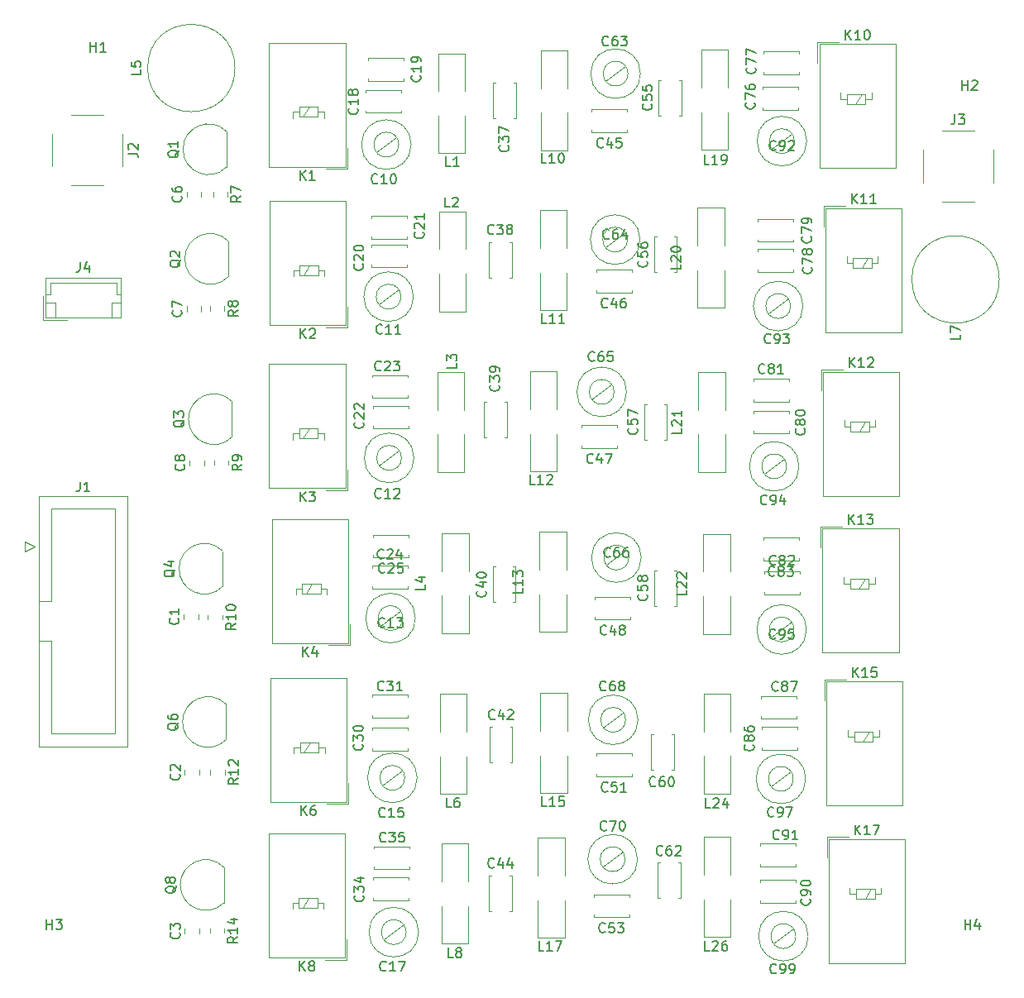
<source format=gto>
G04 #@! TF.GenerationSoftware,KiCad,Pcbnew,5.1.8-db9833491~87~ubuntu18.04.1*
G04 #@! TF.CreationDate,2021-01-26T21:00:54+01:00*
G04 #@! TF.ProjectId,BPF_6Band,4250465f-3642-4616-9e64-2e6b69636164,rev?*
G04 #@! TF.SameCoordinates,Original*
G04 #@! TF.FileFunction,Legend,Top*
G04 #@! TF.FilePolarity,Positive*
%FSLAX46Y46*%
G04 Gerber Fmt 4.6, Leading zero omitted, Abs format (unit mm)*
G04 Created by KiCad (PCBNEW 5.1.8-db9833491~87~ubuntu18.04.1) date 2021-01-26 21:00:54*
%MOMM*%
%LPD*%
G01*
G04 APERTURE LIST*
%ADD10C,0.120000*%
%ADD11C,0.150000*%
G04 APERTURE END LIST*
D10*
X174751600Y-62066800D02*
G75*
G03*
X174751600Y-62066800I-4470000J0D01*
G01*
X96519600Y-40426000D02*
G75*
G03*
X96519600Y-40426000I-4470000J0D01*
G01*
X76846000Y-66234200D02*
X79346000Y-66234200D01*
X76846000Y-63734200D02*
X76846000Y-66234200D01*
X83866000Y-64434200D02*
X83866000Y-65934200D01*
X84866000Y-64434200D02*
X83866000Y-64434200D01*
X78146000Y-64434200D02*
X78146000Y-65934200D01*
X77146000Y-64434200D02*
X78146000Y-64434200D01*
X84366000Y-63624200D02*
X84866000Y-63624200D01*
X84366000Y-62414200D02*
X84366000Y-63624200D01*
X77646000Y-62414200D02*
X84366000Y-62414200D01*
X77646000Y-63624200D02*
X77646000Y-62414200D01*
X77146000Y-63624200D02*
X77646000Y-63624200D01*
X84866000Y-61914200D02*
X77146000Y-61914200D01*
X84866000Y-65934200D02*
X84866000Y-61914200D01*
X77146000Y-65934200D02*
X84866000Y-65934200D01*
X77146000Y-61914200D02*
X77146000Y-65934200D01*
X155194000Y-129311400D02*
G75*
G03*
X155194000Y-129311400I-2540000J0D01*
G01*
X153924000Y-129311400D02*
G75*
G03*
X153924000Y-129311400I-1270000J0D01*
G01*
X151638000Y-130073400D02*
X153670000Y-128549400D01*
X154940000Y-113207800D02*
G75*
G03*
X154940000Y-113207800I-2540000J0D01*
G01*
X153670000Y-113207800D02*
G75*
G03*
X153670000Y-113207800I-1270000J0D01*
G01*
X151384000Y-113969800D02*
X153416000Y-112445800D01*
X155016200Y-97917000D02*
G75*
G03*
X155016200Y-97917000I-2540000J0D01*
G01*
X153746200Y-97917000D02*
G75*
G03*
X153746200Y-97917000I-1270000J0D01*
G01*
X151460200Y-98679000D02*
X153492200Y-97155000D01*
X154254200Y-81203800D02*
G75*
G03*
X154254200Y-81203800I-2540000J0D01*
G01*
X152984200Y-81203800D02*
G75*
G03*
X152984200Y-81203800I-1270000J0D01*
G01*
X150698200Y-81965800D02*
X152730200Y-80441800D01*
X154660600Y-64795400D02*
G75*
G03*
X154660600Y-64795400I-2540000J0D01*
G01*
X153390600Y-64795400D02*
G75*
G03*
X153390600Y-64795400I-1270000J0D01*
G01*
X151104600Y-65557400D02*
X153136600Y-64033400D01*
X155041600Y-47904400D02*
G75*
G03*
X155041600Y-47904400I-2540000J0D01*
G01*
X153771600Y-47904400D02*
G75*
G03*
X153771600Y-47904400I-1270000J0D01*
G01*
X151485600Y-48666400D02*
X153517600Y-47142400D01*
X137718800Y-121437400D02*
G75*
G03*
X137718800Y-121437400I-2540000J0D01*
G01*
X136448800Y-121437400D02*
G75*
G03*
X136448800Y-121437400I-1270000J0D01*
G01*
X136194800Y-120675400D02*
X134162800Y-122199400D01*
X137769600Y-107162600D02*
G75*
G03*
X137769600Y-107162600I-2540000J0D01*
G01*
X136499600Y-107162600D02*
G75*
G03*
X136499600Y-107162600I-1270000J0D01*
G01*
X136245600Y-106400600D02*
X134213600Y-107924600D01*
X138099800Y-90551000D02*
G75*
G03*
X138099800Y-90551000I-2540000J0D01*
G01*
X136829800Y-90551000D02*
G75*
G03*
X136829800Y-90551000I-1270000J0D01*
G01*
X136575800Y-89789000D02*
X134543800Y-91313000D01*
X136601200Y-73583800D02*
G75*
G03*
X136601200Y-73583800I-2540000J0D01*
G01*
X135331200Y-73583800D02*
G75*
G03*
X135331200Y-73583800I-1270000J0D01*
G01*
X135077200Y-72821800D02*
X133045200Y-74345800D01*
X137972800Y-57988200D02*
G75*
G03*
X137972800Y-57988200I-2540000J0D01*
G01*
X136702800Y-57988200D02*
G75*
G03*
X136702800Y-57988200I-1270000J0D01*
G01*
X136448800Y-57226200D02*
X134416800Y-58750200D01*
X138023600Y-40995600D02*
G75*
G03*
X138023600Y-40995600I-2540000J0D01*
G01*
X136753600Y-40995600D02*
G75*
G03*
X136753600Y-40995600I-1270000J0D01*
G01*
X136499600Y-40233600D02*
X134467600Y-41757600D01*
X115316000Y-128905000D02*
G75*
G03*
X115316000Y-128905000I-2540000J0D01*
G01*
X114046000Y-128905000D02*
G75*
G03*
X114046000Y-128905000I-1270000J0D01*
G01*
X111760000Y-129667000D02*
X113792000Y-128143000D01*
X115163600Y-113106200D02*
G75*
G03*
X115163600Y-113106200I-2540000J0D01*
G01*
X113893600Y-113106200D02*
G75*
G03*
X113893600Y-113106200I-1270000J0D01*
G01*
X111607600Y-113868200D02*
X113639600Y-112344200D01*
X114985800Y-96748600D02*
G75*
G03*
X114985800Y-96748600I-2540000J0D01*
G01*
X113715800Y-96748600D02*
G75*
G03*
X113715800Y-96748600I-1270000J0D01*
G01*
X111429800Y-97510600D02*
X113461800Y-95986600D01*
X114833400Y-80340200D02*
G75*
G03*
X114833400Y-80340200I-2540000J0D01*
G01*
X113563400Y-80340200D02*
G75*
G03*
X113563400Y-80340200I-1270000J0D01*
G01*
X111277400Y-81102200D02*
X113309400Y-79578200D01*
X114782600Y-63830200D02*
G75*
G03*
X114782600Y-63830200I-2540000J0D01*
G01*
X113512600Y-63830200D02*
G75*
G03*
X113512600Y-63830200I-1270000J0D01*
G01*
X111226600Y-64592200D02*
X113258600Y-63068200D01*
X114554000Y-48260000D02*
G75*
G03*
X114554000Y-48260000I-2540000J0D01*
G01*
X113284000Y-48260000D02*
G75*
G03*
X113284000Y-48260000I-1270000J0D01*
G01*
X110998000Y-49022000D02*
X113030000Y-47498000D01*
X95426200Y-128525536D02*
X95426200Y-128979664D01*
X93956200Y-128525536D02*
X93956200Y-128979664D01*
X95477000Y-112294936D02*
X95477000Y-112749064D01*
X94007000Y-112294936D02*
X94007000Y-112749064D01*
X95223000Y-96419936D02*
X95223000Y-96874064D01*
X93753000Y-96419936D02*
X93753000Y-96874064D01*
X95858000Y-80621136D02*
X95858000Y-81075264D01*
X94388000Y-80621136D02*
X94388000Y-81075264D01*
X95451600Y-64822336D02*
X95451600Y-65276464D01*
X93981600Y-64822336D02*
X93981600Y-65276464D01*
X95756400Y-53112936D02*
X95756400Y-53567064D01*
X94286400Y-53112936D02*
X94286400Y-53567064D01*
X95372800Y-125879000D02*
X95372800Y-122279000D01*
X95361278Y-122240522D02*
G75*
G03*
X90922800Y-124079000I-1838478J-1838478D01*
G01*
X95361278Y-125917478D02*
G75*
G02*
X90922800Y-124079000I-1838478J1838478D01*
G01*
X95601400Y-109191200D02*
X95601400Y-105591200D01*
X95589878Y-105552722D02*
G75*
G03*
X91151400Y-107391200I-1838478J-1838478D01*
G01*
X95589878Y-109229678D02*
G75*
G02*
X91151400Y-107391200I-1838478J1838478D01*
G01*
X95245800Y-93494000D02*
X95245800Y-89894000D01*
X95234278Y-89855522D02*
G75*
G03*
X90795800Y-91694000I-1838478J-1838478D01*
G01*
X95234278Y-93532478D02*
G75*
G02*
X90795800Y-91694000I-1838478J1838478D01*
G01*
X96211000Y-78177800D02*
X96211000Y-74577800D01*
X96199478Y-74539322D02*
G75*
G03*
X91761000Y-76377800I-1838478J-1838478D01*
G01*
X96199478Y-78216278D02*
G75*
G02*
X91761000Y-76377800I-1838478J1838478D01*
G01*
X95830000Y-61769400D02*
X95830000Y-58169400D01*
X95818478Y-58130922D02*
G75*
G03*
X91380000Y-59969400I-1838478J-1838478D01*
G01*
X95818478Y-61807878D02*
G75*
G02*
X91380000Y-59969400I-1838478J1838478D01*
G01*
X95652200Y-50542600D02*
X95652200Y-46942600D01*
X95640678Y-46904122D02*
G75*
G03*
X91202200Y-48742600I-1838478J-1838478D01*
G01*
X95640678Y-50581078D02*
G75*
G02*
X91202200Y-48742600I-1838478J1838478D01*
G01*
X144496800Y-119162200D02*
X147236800Y-119162200D01*
X144496800Y-129402200D02*
X147236800Y-129402200D01*
X147236800Y-123027200D02*
X147236800Y-119162200D01*
X147236800Y-129402200D02*
X147236800Y-125537200D01*
X144496800Y-123027200D02*
X144496800Y-119162200D01*
X144496800Y-129402200D02*
X144496800Y-125537200D01*
X144496800Y-104481000D02*
X147236800Y-104481000D01*
X144496800Y-114721000D02*
X147236800Y-114721000D01*
X147236800Y-108346000D02*
X147236800Y-104481000D01*
X147236800Y-114721000D02*
X147236800Y-110856000D01*
X144496800Y-108346000D02*
X144496800Y-104481000D01*
X144496800Y-114721000D02*
X144496800Y-110856000D01*
X144471400Y-88123400D02*
X147211400Y-88123400D01*
X144471400Y-98363400D02*
X147211400Y-98363400D01*
X147211400Y-91988400D02*
X147211400Y-88123400D01*
X147211400Y-98363400D02*
X147211400Y-94498400D01*
X144471400Y-91988400D02*
X144471400Y-88123400D01*
X144471400Y-98363400D02*
X144471400Y-94498400D01*
X143963400Y-71562600D02*
X146703400Y-71562600D01*
X143963400Y-81802600D02*
X146703400Y-81802600D01*
X146703400Y-75427600D02*
X146703400Y-71562600D01*
X146703400Y-81802600D02*
X146703400Y-77937600D01*
X143963400Y-75427600D02*
X143963400Y-71562600D01*
X143963400Y-81802600D02*
X143963400Y-77937600D01*
X143861800Y-54747800D02*
X146601800Y-54747800D01*
X143861800Y-64987800D02*
X146601800Y-64987800D01*
X146601800Y-58612800D02*
X146601800Y-54747800D01*
X146601800Y-64987800D02*
X146601800Y-61122800D01*
X143861800Y-58612800D02*
X143861800Y-54747800D01*
X143861800Y-64987800D02*
X143861800Y-61122800D01*
X144242800Y-38568000D02*
X146982800Y-38568000D01*
X144242800Y-48808000D02*
X146982800Y-48808000D01*
X146982800Y-42433000D02*
X146982800Y-38568000D01*
X146982800Y-48808000D02*
X146982800Y-44943000D01*
X144242800Y-42433000D02*
X144242800Y-38568000D01*
X144242800Y-48808000D02*
X144242800Y-44943000D01*
X127529600Y-119263800D02*
X130269600Y-119263800D01*
X127529600Y-129503800D02*
X130269600Y-129503800D01*
X130269600Y-123128800D02*
X130269600Y-119263800D01*
X130269600Y-129503800D02*
X130269600Y-125638800D01*
X127529600Y-123128800D02*
X127529600Y-119263800D01*
X127529600Y-129503800D02*
X127529600Y-125638800D01*
X127783600Y-104430200D02*
X130523600Y-104430200D01*
X127783600Y-114670200D02*
X130523600Y-114670200D01*
X130523600Y-108295200D02*
X130523600Y-104430200D01*
X130523600Y-114670200D02*
X130523600Y-110805200D01*
X127783600Y-108295200D02*
X127783600Y-104430200D01*
X127783600Y-114670200D02*
X127783600Y-110805200D01*
X127707400Y-87920200D02*
X130447400Y-87920200D01*
X127707400Y-98160200D02*
X130447400Y-98160200D01*
X130447400Y-91785200D02*
X130447400Y-87920200D01*
X130447400Y-98160200D02*
X130447400Y-94295200D01*
X127707400Y-91785200D02*
X127707400Y-87920200D01*
X127707400Y-98160200D02*
X127707400Y-94295200D01*
X126742200Y-71511800D02*
X129482200Y-71511800D01*
X126742200Y-81751800D02*
X129482200Y-81751800D01*
X129482200Y-75376800D02*
X129482200Y-71511800D01*
X129482200Y-81751800D02*
X129482200Y-77886800D01*
X126742200Y-75376800D02*
X126742200Y-71511800D01*
X126742200Y-81751800D02*
X126742200Y-77886800D01*
X127758200Y-55001800D02*
X130498200Y-55001800D01*
X127758200Y-65241800D02*
X130498200Y-65241800D01*
X130498200Y-58866800D02*
X130498200Y-55001800D01*
X130498200Y-65241800D02*
X130498200Y-61376800D01*
X127758200Y-58866800D02*
X127758200Y-55001800D01*
X127758200Y-65241800D02*
X127758200Y-61376800D01*
X127834400Y-38618800D02*
X130574400Y-38618800D01*
X127834400Y-48858800D02*
X130574400Y-48858800D01*
X130574400Y-42483800D02*
X130574400Y-38618800D01*
X130574400Y-48858800D02*
X130574400Y-44993800D01*
X127834400Y-42483800D02*
X127834400Y-38618800D01*
X127834400Y-48858800D02*
X127834400Y-44993800D01*
X117674400Y-119848000D02*
X120414400Y-119848000D01*
X117674400Y-130088000D02*
X120414400Y-130088000D01*
X120414400Y-123713000D02*
X120414400Y-119848000D01*
X120414400Y-130088000D02*
X120414400Y-126223000D01*
X117674400Y-123713000D02*
X117674400Y-119848000D01*
X117674400Y-130088000D02*
X117674400Y-126223000D01*
X117522000Y-104531800D02*
X120262000Y-104531800D01*
X117522000Y-114771800D02*
X120262000Y-114771800D01*
X120262000Y-108396800D02*
X120262000Y-104531800D01*
X120262000Y-114771800D02*
X120262000Y-110906800D01*
X117522000Y-108396800D02*
X117522000Y-104531800D01*
X117522000Y-114771800D02*
X117522000Y-110906800D01*
X117699800Y-88072600D02*
X120439800Y-88072600D01*
X117699800Y-98312600D02*
X120439800Y-98312600D01*
X120439800Y-91937600D02*
X120439800Y-88072600D01*
X120439800Y-98312600D02*
X120439800Y-94447600D01*
X117699800Y-91937600D02*
X117699800Y-88072600D01*
X117699800Y-98312600D02*
X117699800Y-94447600D01*
X117242600Y-71562600D02*
X119982600Y-71562600D01*
X117242600Y-81802600D02*
X119982600Y-81802600D01*
X119982600Y-75427600D02*
X119982600Y-71562600D01*
X119982600Y-81802600D02*
X119982600Y-77937600D01*
X117242600Y-75427600D02*
X117242600Y-71562600D01*
X117242600Y-81802600D02*
X117242600Y-77937600D01*
X117395000Y-55103400D02*
X120135000Y-55103400D01*
X117395000Y-65343400D02*
X120135000Y-65343400D01*
X120135000Y-58968400D02*
X120135000Y-55103400D01*
X120135000Y-65343400D02*
X120135000Y-61478400D01*
X117395000Y-58968400D02*
X117395000Y-55103400D01*
X117395000Y-65343400D02*
X117395000Y-61478400D01*
X117318800Y-38923600D02*
X120058800Y-38923600D01*
X117318800Y-49163600D02*
X120058800Y-49163600D01*
X120058800Y-42788600D02*
X120058800Y-38923600D01*
X120058800Y-49163600D02*
X120058800Y-45298600D01*
X117318800Y-42788600D02*
X117318800Y-38923600D01*
X117318800Y-49163600D02*
X117318800Y-45298600D01*
X157099200Y-119175400D02*
X159299200Y-119175400D01*
X157099200Y-121275400D02*
X157099200Y-119175400D01*
X157299200Y-132075400D02*
X157299200Y-119375400D01*
X165099200Y-132075400D02*
X157299200Y-132075400D01*
X165099200Y-119375400D02*
X165099200Y-132075400D01*
X157299200Y-119375400D02*
X165099200Y-119375400D01*
X161645200Y-124485400D02*
X161010200Y-125501400D01*
X159461200Y-124358400D02*
X159461200Y-124993400D01*
X159461200Y-124993400D02*
X160121200Y-124993400D01*
X162661200Y-124358400D02*
X162661200Y-124993400D01*
X162661200Y-124993400D02*
X162026200Y-124993400D01*
X162026200Y-124485400D02*
X160121200Y-124485400D01*
X160121200Y-124485400D02*
X160121200Y-125501400D01*
X160121200Y-125501400D02*
X162026200Y-125501400D01*
X162026200Y-124485400D02*
X162026200Y-125501400D01*
X156870600Y-103046400D02*
X159070600Y-103046400D01*
X156870600Y-105146400D02*
X156870600Y-103046400D01*
X157070600Y-115946400D02*
X157070600Y-103246400D01*
X164870600Y-115946400D02*
X157070600Y-115946400D01*
X164870600Y-103246400D02*
X164870600Y-115946400D01*
X157070600Y-103246400D02*
X164870600Y-103246400D01*
X161416600Y-108356400D02*
X160781600Y-109372400D01*
X159232600Y-108229400D02*
X159232600Y-108864400D01*
X159232600Y-108864400D02*
X159892600Y-108864400D01*
X162432600Y-108229400D02*
X162432600Y-108864400D01*
X162432600Y-108864400D02*
X161797600Y-108864400D01*
X161797600Y-108356400D02*
X159892600Y-108356400D01*
X159892600Y-108356400D02*
X159892600Y-109372400D01*
X159892600Y-109372400D02*
X161797600Y-109372400D01*
X161797600Y-108356400D02*
X161797600Y-109372400D01*
X156464200Y-87374600D02*
X158664200Y-87374600D01*
X156464200Y-89474600D02*
X156464200Y-87374600D01*
X156664200Y-100274600D02*
X156664200Y-87574600D01*
X164464200Y-100274600D02*
X156664200Y-100274600D01*
X164464200Y-87574600D02*
X164464200Y-100274600D01*
X156664200Y-87574600D02*
X164464200Y-87574600D01*
X161010200Y-92684600D02*
X160375200Y-93700600D01*
X158826200Y-92557600D02*
X158826200Y-93192600D01*
X158826200Y-93192600D02*
X159486200Y-93192600D01*
X162026200Y-92557600D02*
X162026200Y-93192600D01*
X162026200Y-93192600D02*
X161391200Y-93192600D01*
X161391200Y-92684600D02*
X159486200Y-92684600D01*
X159486200Y-92684600D02*
X159486200Y-93700600D01*
X159486200Y-93700600D02*
X161391200Y-93700600D01*
X161391200Y-92684600D02*
X161391200Y-93700600D01*
X156515000Y-71321800D02*
X158715000Y-71321800D01*
X156515000Y-73421800D02*
X156515000Y-71321800D01*
X156715000Y-84221800D02*
X156715000Y-71521800D01*
X164515000Y-84221800D02*
X156715000Y-84221800D01*
X164515000Y-71521800D02*
X164515000Y-84221800D01*
X156715000Y-71521800D02*
X164515000Y-71521800D01*
X161061000Y-76631800D02*
X160426000Y-77647800D01*
X158877000Y-76504800D02*
X158877000Y-77139800D01*
X158877000Y-77139800D02*
X159537000Y-77139800D01*
X162077000Y-76504800D02*
X162077000Y-77139800D01*
X162077000Y-77139800D02*
X161442000Y-77139800D01*
X161442000Y-76631800D02*
X159537000Y-76631800D01*
X159537000Y-76631800D02*
X159537000Y-77647800D01*
X159537000Y-77647800D02*
X161442000Y-77647800D01*
X161442000Y-76631800D02*
X161442000Y-77647800D01*
X156769000Y-54557800D02*
X158969000Y-54557800D01*
X156769000Y-56657800D02*
X156769000Y-54557800D01*
X156969000Y-67457800D02*
X156969000Y-54757800D01*
X164769000Y-67457800D02*
X156969000Y-67457800D01*
X164769000Y-54757800D02*
X164769000Y-67457800D01*
X156969000Y-54757800D02*
X164769000Y-54757800D01*
X161315000Y-59867800D02*
X160680000Y-60883800D01*
X159131000Y-59740800D02*
X159131000Y-60375800D01*
X159131000Y-60375800D02*
X159791000Y-60375800D01*
X162331000Y-59740800D02*
X162331000Y-60375800D01*
X162331000Y-60375800D02*
X161696000Y-60375800D01*
X161696000Y-59867800D02*
X159791000Y-59867800D01*
X159791000Y-59867800D02*
X159791000Y-60883800D01*
X159791000Y-60883800D02*
X161696000Y-60883800D01*
X161696000Y-59867800D02*
X161696000Y-60883800D01*
X156134000Y-37768400D02*
X158334000Y-37768400D01*
X156134000Y-39868400D02*
X156134000Y-37768400D01*
X156334000Y-50668400D02*
X156334000Y-37968400D01*
X164134000Y-50668400D02*
X156334000Y-50668400D01*
X164134000Y-37968400D02*
X164134000Y-50668400D01*
X156334000Y-37968400D02*
X164134000Y-37968400D01*
X160680000Y-43078400D02*
X160045000Y-44094400D01*
X158496000Y-42951400D02*
X158496000Y-43586400D01*
X158496000Y-43586400D02*
X159156000Y-43586400D01*
X161696000Y-42951400D02*
X161696000Y-43586400D01*
X161696000Y-43586400D02*
X161061000Y-43586400D01*
X161061000Y-43078400D02*
X159156000Y-43078400D01*
X159156000Y-43078400D02*
X159156000Y-44094400D01*
X159156000Y-44094400D02*
X161061000Y-44094400D01*
X161061000Y-43078400D02*
X161061000Y-44094400D01*
X107975200Y-131725800D02*
X105775200Y-131725800D01*
X107975200Y-129625800D02*
X107975200Y-131725800D01*
X107775200Y-118825800D02*
X107775200Y-131525800D01*
X99975200Y-118825800D02*
X107775200Y-118825800D01*
X99975200Y-131525800D02*
X99975200Y-118825800D01*
X107775200Y-131525800D02*
X99975200Y-131525800D01*
X103429200Y-126415800D02*
X104064200Y-125399800D01*
X105613200Y-126542800D02*
X105613200Y-125907800D01*
X105613200Y-125907800D02*
X104953200Y-125907800D01*
X102413200Y-126542800D02*
X102413200Y-125907800D01*
X102413200Y-125907800D02*
X103048200Y-125907800D01*
X103048200Y-126415800D02*
X104953200Y-126415800D01*
X104953200Y-126415800D02*
X104953200Y-125399800D01*
X104953200Y-125399800D02*
X103048200Y-125399800D01*
X103048200Y-126415800D02*
X103048200Y-125399800D01*
X108127600Y-115774600D02*
X105927600Y-115774600D01*
X108127600Y-113674600D02*
X108127600Y-115774600D01*
X107927600Y-102874600D02*
X107927600Y-115574600D01*
X100127600Y-102874600D02*
X107927600Y-102874600D01*
X100127600Y-115574600D02*
X100127600Y-102874600D01*
X107927600Y-115574600D02*
X100127600Y-115574600D01*
X103581600Y-110464600D02*
X104216600Y-109448600D01*
X105765600Y-110591600D02*
X105765600Y-109956600D01*
X105765600Y-109956600D02*
X105105600Y-109956600D01*
X102565600Y-110591600D02*
X102565600Y-109956600D01*
X102565600Y-109956600D02*
X103200600Y-109956600D01*
X103200600Y-110464600D02*
X105105600Y-110464600D01*
X105105600Y-110464600D02*
X105105600Y-109448600D01*
X105105600Y-109448600D02*
X103200600Y-109448600D01*
X103200600Y-110464600D02*
X103200600Y-109448600D01*
X108305400Y-99518600D02*
X106105400Y-99518600D01*
X108305400Y-97418600D02*
X108305400Y-99518600D01*
X108105400Y-86618600D02*
X108105400Y-99318600D01*
X100305400Y-86618600D02*
X108105400Y-86618600D01*
X100305400Y-99318600D02*
X100305400Y-86618600D01*
X108105400Y-99318600D02*
X100305400Y-99318600D01*
X103759400Y-94208600D02*
X104394400Y-93192600D01*
X105943400Y-94335600D02*
X105943400Y-93700600D01*
X105943400Y-93700600D02*
X105283400Y-93700600D01*
X102743400Y-94335600D02*
X102743400Y-93700600D01*
X102743400Y-93700600D02*
X103378400Y-93700600D01*
X103378400Y-94208600D02*
X105283400Y-94208600D01*
X105283400Y-94208600D02*
X105283400Y-93192600D01*
X105283400Y-93192600D02*
X103378400Y-93192600D01*
X103378400Y-94208600D02*
X103378400Y-93192600D01*
X108026000Y-83643600D02*
X105826000Y-83643600D01*
X108026000Y-81543600D02*
X108026000Y-83643600D01*
X107826000Y-70743600D02*
X107826000Y-83443600D01*
X100026000Y-70743600D02*
X107826000Y-70743600D01*
X100026000Y-83443600D02*
X100026000Y-70743600D01*
X107826000Y-83443600D02*
X100026000Y-83443600D01*
X103480000Y-78333600D02*
X104115000Y-77317600D01*
X105664000Y-78460600D02*
X105664000Y-77825600D01*
X105664000Y-77825600D02*
X105004000Y-77825600D01*
X102464000Y-78460600D02*
X102464000Y-77825600D01*
X102464000Y-77825600D02*
X103099000Y-77825600D01*
X103099000Y-78333600D02*
X105004000Y-78333600D01*
X105004000Y-78333600D02*
X105004000Y-77317600D01*
X105004000Y-77317600D02*
X103099000Y-77317600D01*
X103099000Y-78333600D02*
X103099000Y-77317600D01*
X108051400Y-66955800D02*
X105851400Y-66955800D01*
X108051400Y-64855800D02*
X108051400Y-66955800D01*
X107851400Y-54055800D02*
X107851400Y-66755800D01*
X100051400Y-54055800D02*
X107851400Y-54055800D01*
X100051400Y-66755800D02*
X100051400Y-54055800D01*
X107851400Y-66755800D02*
X100051400Y-66755800D01*
X103505400Y-61645800D02*
X104140400Y-60629800D01*
X105689400Y-61772800D02*
X105689400Y-61137800D01*
X105689400Y-61137800D02*
X105029400Y-61137800D01*
X102489400Y-61772800D02*
X102489400Y-61137800D01*
X102489400Y-61137800D02*
X103124400Y-61137800D01*
X103124400Y-61645800D02*
X105029400Y-61645800D01*
X105029400Y-61645800D02*
X105029400Y-60629800D01*
X105029400Y-60629800D02*
X103124400Y-60629800D01*
X103124400Y-61645800D02*
X103124400Y-60629800D01*
X108026000Y-50725200D02*
X105826000Y-50725200D01*
X108026000Y-48625200D02*
X108026000Y-50725200D01*
X107826000Y-37825200D02*
X107826000Y-50525200D01*
X100026000Y-37825200D02*
X107826000Y-37825200D01*
X100026000Y-50525200D02*
X100026000Y-37825200D01*
X107826000Y-50525200D02*
X100026000Y-50525200D01*
X103480000Y-45415200D02*
X104115000Y-44399200D01*
X105664000Y-45542200D02*
X105664000Y-44907200D01*
X105664000Y-44907200D02*
X105004000Y-44907200D01*
X102464000Y-45542200D02*
X102464000Y-44907200D01*
X102464000Y-44907200D02*
X103099000Y-44907200D01*
X103099000Y-45415200D02*
X105004000Y-45415200D01*
X105004000Y-45415200D02*
X105004000Y-44399200D01*
X105004000Y-44399200D02*
X103099000Y-44399200D01*
X103099000Y-45415200D02*
X103099000Y-44399200D01*
X153895200Y-122150200D02*
X150255200Y-122150200D01*
X153895200Y-119810200D02*
X150255200Y-119810200D01*
X153895200Y-122150200D02*
X153895200Y-121905200D01*
X153895200Y-120055200D02*
X153895200Y-119810200D01*
X150255200Y-122150200D02*
X150255200Y-121905200D01*
X150255200Y-120055200D02*
X150255200Y-119810200D01*
X150244400Y-123569400D02*
X153884400Y-123569400D01*
X150244400Y-125909400D02*
X153884400Y-125909400D01*
X150244400Y-123569400D02*
X150244400Y-123814400D01*
X150244400Y-125664400D02*
X150244400Y-125909400D01*
X153884400Y-123569400D02*
X153884400Y-123814400D01*
X153884400Y-125664400D02*
X153884400Y-125909400D01*
X153986000Y-107062600D02*
X150346000Y-107062600D01*
X153986000Y-104722600D02*
X150346000Y-104722600D01*
X153986000Y-107062600D02*
X153986000Y-106817600D01*
X153986000Y-104967600D02*
X153986000Y-104722600D01*
X150346000Y-107062600D02*
X150346000Y-106817600D01*
X150346000Y-104967600D02*
X150346000Y-104722600D01*
X150407600Y-107872200D02*
X154047600Y-107872200D01*
X150407600Y-110212200D02*
X154047600Y-110212200D01*
X150407600Y-107872200D02*
X150407600Y-108117200D01*
X150407600Y-109967200D02*
X150407600Y-110212200D01*
X154047600Y-107872200D02*
X154047600Y-108117200D01*
X154047600Y-109967200D02*
X154047600Y-110212200D01*
X154214600Y-90857400D02*
X150574600Y-90857400D01*
X154214600Y-88517400D02*
X150574600Y-88517400D01*
X154214600Y-90857400D02*
X154214600Y-90612400D01*
X154214600Y-88762400D02*
X154214600Y-88517400D01*
X150574600Y-90857400D02*
X150574600Y-90612400D01*
X150574600Y-88762400D02*
X150574600Y-88517400D01*
X150687000Y-91997200D02*
X154327000Y-91997200D01*
X150687000Y-94337200D02*
X154327000Y-94337200D01*
X150687000Y-91997200D02*
X150687000Y-92242200D01*
X150687000Y-94092200D02*
X150687000Y-94337200D01*
X154327000Y-91997200D02*
X154327000Y-92242200D01*
X154327000Y-94092200D02*
X154327000Y-94337200D01*
X153249400Y-74576000D02*
X149609400Y-74576000D01*
X153249400Y-72236000D02*
X149609400Y-72236000D01*
X153249400Y-74576000D02*
X153249400Y-74331000D01*
X153249400Y-72481000D02*
X153249400Y-72236000D01*
X149609400Y-74576000D02*
X149609400Y-74331000D01*
X149609400Y-72481000D02*
X149609400Y-72236000D01*
X149569400Y-75512600D02*
X153209400Y-75512600D01*
X149569400Y-77852600D02*
X153209400Y-77852600D01*
X149569400Y-75512600D02*
X149569400Y-75757600D01*
X149569400Y-77607600D02*
X149569400Y-77852600D01*
X153209400Y-75512600D02*
X153209400Y-75757600D01*
X153209400Y-77607600D02*
X153209400Y-77852600D01*
X153681200Y-58218400D02*
X150041200Y-58218400D01*
X153681200Y-55878400D02*
X150041200Y-55878400D01*
X153681200Y-58218400D02*
X153681200Y-57973400D01*
X153681200Y-56123400D02*
X153681200Y-55878400D01*
X150041200Y-58218400D02*
X150041200Y-57973400D01*
X150041200Y-56123400D02*
X150041200Y-55878400D01*
X150052000Y-58977200D02*
X153692000Y-58977200D01*
X150052000Y-61317200D02*
X153692000Y-61317200D01*
X150052000Y-58977200D02*
X150052000Y-59222200D01*
X150052000Y-61072200D02*
X150052000Y-61317200D01*
X153692000Y-58977200D02*
X153692000Y-59222200D01*
X153692000Y-61072200D02*
X153692000Y-61317200D01*
X154290800Y-41048000D02*
X150650800Y-41048000D01*
X154290800Y-38708000D02*
X150650800Y-38708000D01*
X154290800Y-41048000D02*
X154290800Y-40803000D01*
X154290800Y-38953000D02*
X154290800Y-38708000D01*
X150650800Y-41048000D02*
X150650800Y-40803000D01*
X150650800Y-38953000D02*
X150650800Y-38708000D01*
X150560000Y-42365600D02*
X154200000Y-42365600D01*
X150560000Y-44705600D02*
X154200000Y-44705600D01*
X150560000Y-42365600D02*
X150560000Y-42610600D01*
X150560000Y-44460600D02*
X150560000Y-44705600D01*
X154200000Y-42365600D02*
X154200000Y-42610600D01*
X154200000Y-44460600D02*
X154200000Y-44705600D01*
X142140000Y-121781800D02*
X142140000Y-125421800D01*
X139800000Y-121781800D02*
X139800000Y-125421800D01*
X142140000Y-121781800D02*
X141895000Y-121781800D01*
X140045000Y-121781800D02*
X139800000Y-121781800D01*
X142140000Y-125421800D02*
X141895000Y-125421800D01*
X140045000Y-125421800D02*
X139800000Y-125421800D01*
X139139600Y-112304600D02*
X139139600Y-108664600D01*
X141479600Y-112304600D02*
X141479600Y-108664600D01*
X139139600Y-112304600D02*
X139384600Y-112304600D01*
X141234600Y-112304600D02*
X141479600Y-112304600D01*
X139139600Y-108664600D02*
X139384600Y-108664600D01*
X141234600Y-108664600D02*
X141479600Y-108664600D01*
X139419000Y-95489800D02*
X139419000Y-91849800D01*
X141759000Y-95489800D02*
X141759000Y-91849800D01*
X139419000Y-95489800D02*
X139664000Y-95489800D01*
X141514000Y-95489800D02*
X141759000Y-95489800D01*
X139419000Y-91849800D02*
X139664000Y-91849800D01*
X141514000Y-91849800D02*
X141759000Y-91849800D01*
X138403000Y-78471800D02*
X138403000Y-74831800D01*
X140743000Y-78471800D02*
X140743000Y-74831800D01*
X138403000Y-78471800D02*
X138648000Y-78471800D01*
X140498000Y-78471800D02*
X140743000Y-78471800D01*
X138403000Y-74831800D02*
X138648000Y-74831800D01*
X140498000Y-74831800D02*
X140743000Y-74831800D01*
X139419000Y-61352200D02*
X139419000Y-57712200D01*
X141759000Y-61352200D02*
X141759000Y-57712200D01*
X139419000Y-61352200D02*
X139664000Y-61352200D01*
X141514000Y-61352200D02*
X141759000Y-61352200D01*
X139419000Y-57712200D02*
X139664000Y-57712200D01*
X141514000Y-57712200D02*
X141759000Y-57712200D01*
X139901600Y-45274000D02*
X139901600Y-41634000D01*
X142241600Y-45274000D02*
X142241600Y-41634000D01*
X139901600Y-45274000D02*
X140146600Y-45274000D01*
X141996600Y-45274000D02*
X142241600Y-45274000D01*
X139901600Y-41634000D02*
X140146600Y-41634000D01*
X141996600Y-41634000D02*
X142241600Y-41634000D01*
X136866400Y-127382600D02*
X133226400Y-127382600D01*
X136866400Y-125042600D02*
X133226400Y-125042600D01*
X136866400Y-127382600D02*
X136866400Y-127137600D01*
X136866400Y-125287600D02*
X136866400Y-125042600D01*
X133226400Y-127382600D02*
X133226400Y-127137600D01*
X133226400Y-125287600D02*
X133226400Y-125042600D01*
X137120400Y-112955400D02*
X133480400Y-112955400D01*
X137120400Y-110615400D02*
X133480400Y-110615400D01*
X137120400Y-112955400D02*
X137120400Y-112710400D01*
X137120400Y-110860400D02*
X137120400Y-110615400D01*
X133480400Y-112955400D02*
X133480400Y-112710400D01*
X133480400Y-110860400D02*
X133480400Y-110615400D01*
X136993400Y-96902600D02*
X133353400Y-96902600D01*
X136993400Y-94562600D02*
X133353400Y-94562600D01*
X136993400Y-96902600D02*
X136993400Y-96657600D01*
X136993400Y-94807600D02*
X136993400Y-94562600D01*
X133353400Y-96902600D02*
X133353400Y-96657600D01*
X133353400Y-94807600D02*
X133353400Y-94562600D01*
X135621800Y-79325800D02*
X131981800Y-79325800D01*
X135621800Y-76985800D02*
X131981800Y-76985800D01*
X135621800Y-79325800D02*
X135621800Y-79080800D01*
X135621800Y-77230800D02*
X135621800Y-76985800D01*
X131981800Y-79325800D02*
X131981800Y-79080800D01*
X131981800Y-77230800D02*
X131981800Y-76985800D01*
X137120400Y-63400000D02*
X133480400Y-63400000D01*
X137120400Y-61060000D02*
X133480400Y-61060000D01*
X137120400Y-63400000D02*
X137120400Y-63155000D01*
X137120400Y-61305000D02*
X137120400Y-61060000D01*
X133480400Y-63400000D02*
X133480400Y-63155000D01*
X133480400Y-61305000D02*
X133480400Y-61060000D01*
X136663200Y-46991600D02*
X133023200Y-46991600D01*
X136663200Y-44651600D02*
X133023200Y-44651600D01*
X136663200Y-46991600D02*
X136663200Y-46746600D01*
X136663200Y-44896600D02*
X136663200Y-44651600D01*
X133023200Y-46991600D02*
X133023200Y-46746600D01*
X133023200Y-44896600D02*
X133023200Y-44651600D01*
X124868000Y-123128000D02*
X124868000Y-126768000D01*
X122528000Y-123128000D02*
X122528000Y-126768000D01*
X124868000Y-123128000D02*
X124623000Y-123128000D01*
X122773000Y-123128000D02*
X122528000Y-123128000D01*
X124868000Y-126768000D02*
X124623000Y-126768000D01*
X122773000Y-126768000D02*
X122528000Y-126768000D01*
X122578800Y-111542600D02*
X122578800Y-107902600D01*
X124918800Y-111542600D02*
X124918800Y-107902600D01*
X122578800Y-111542600D02*
X122823800Y-111542600D01*
X124673800Y-111542600D02*
X124918800Y-111542600D01*
X122578800Y-107902600D02*
X122823800Y-107902600D01*
X124673800Y-107902600D02*
X124918800Y-107902600D01*
X122909000Y-95134200D02*
X122909000Y-91494200D01*
X125249000Y-95134200D02*
X125249000Y-91494200D01*
X122909000Y-95134200D02*
X123154000Y-95134200D01*
X125004000Y-95134200D02*
X125249000Y-95134200D01*
X122909000Y-91494200D02*
X123154000Y-91494200D01*
X125004000Y-91494200D02*
X125249000Y-91494200D01*
X124360000Y-74614000D02*
X124360000Y-78254000D01*
X122020000Y-74614000D02*
X122020000Y-78254000D01*
X124360000Y-74614000D02*
X124115000Y-74614000D01*
X122265000Y-74614000D02*
X122020000Y-74614000D01*
X124360000Y-78254000D02*
X124115000Y-78254000D01*
X122265000Y-78254000D02*
X122020000Y-78254000D01*
X124842600Y-58231000D02*
X124842600Y-61871000D01*
X122502600Y-58231000D02*
X122502600Y-61871000D01*
X124842600Y-58231000D02*
X124597600Y-58231000D01*
X122747600Y-58231000D02*
X122502600Y-58231000D01*
X124842600Y-61871000D02*
X124597600Y-61871000D01*
X122747600Y-61871000D02*
X122502600Y-61871000D01*
X122934400Y-45578800D02*
X122934400Y-41938800D01*
X125274400Y-45578800D02*
X125274400Y-41938800D01*
X122934400Y-45578800D02*
X123179400Y-45578800D01*
X125029400Y-45578800D02*
X125274400Y-45578800D01*
X122934400Y-41938800D02*
X123179400Y-41938800D01*
X125029400Y-41938800D02*
X125274400Y-41938800D01*
X114412800Y-122455000D02*
X110772800Y-122455000D01*
X114412800Y-120115000D02*
X110772800Y-120115000D01*
X114412800Y-122455000D02*
X114412800Y-122210000D01*
X114412800Y-120360000D02*
X114412800Y-120115000D01*
X110772800Y-122455000D02*
X110772800Y-122210000D01*
X110772800Y-120360000D02*
X110772800Y-120115000D01*
X110682000Y-123290000D02*
X114322000Y-123290000D01*
X110682000Y-125630000D02*
X114322000Y-125630000D01*
X110682000Y-123290000D02*
X110682000Y-123535000D01*
X110682000Y-125385000D02*
X110682000Y-125630000D01*
X114322000Y-123290000D02*
X114322000Y-123535000D01*
X114322000Y-125385000D02*
X114322000Y-125630000D01*
X114209600Y-106910200D02*
X110569600Y-106910200D01*
X114209600Y-104570200D02*
X110569600Y-104570200D01*
X114209600Y-106910200D02*
X114209600Y-106665200D01*
X114209600Y-104815200D02*
X114209600Y-104570200D01*
X110569600Y-106910200D02*
X110569600Y-106665200D01*
X110569600Y-104815200D02*
X110569600Y-104570200D01*
X110529600Y-107973800D02*
X114169600Y-107973800D01*
X110529600Y-110313800D02*
X114169600Y-110313800D01*
X110529600Y-107973800D02*
X110529600Y-108218800D01*
X110529600Y-110068800D02*
X110529600Y-110313800D01*
X114169600Y-107973800D02*
X114169600Y-108218800D01*
X114169600Y-110068800D02*
X114169600Y-110313800D01*
X114285800Y-90552600D02*
X110645800Y-90552600D01*
X114285800Y-88212600D02*
X110645800Y-88212600D01*
X114285800Y-90552600D02*
X114285800Y-90307600D01*
X114285800Y-88457600D02*
X114285800Y-88212600D01*
X110645800Y-90552600D02*
X110645800Y-90307600D01*
X110645800Y-88457600D02*
X110645800Y-88212600D01*
X110555000Y-91362200D02*
X114195000Y-91362200D01*
X110555000Y-93702200D02*
X114195000Y-93702200D01*
X110555000Y-91362200D02*
X110555000Y-91607200D01*
X110555000Y-93457200D02*
X110555000Y-93702200D01*
X114195000Y-91362200D02*
X114195000Y-91607200D01*
X114195000Y-93457200D02*
X114195000Y-93702200D01*
X114209600Y-74195000D02*
X110569600Y-74195000D01*
X114209600Y-71855000D02*
X110569600Y-71855000D01*
X114209600Y-74195000D02*
X114209600Y-73950000D01*
X114209600Y-72100000D02*
X114209600Y-71855000D01*
X110569600Y-74195000D02*
X110569600Y-73950000D01*
X110569600Y-72100000D02*
X110569600Y-71855000D01*
X110631200Y-75004600D02*
X114271200Y-75004600D01*
X110631200Y-77344600D02*
X114271200Y-77344600D01*
X110631200Y-75004600D02*
X110631200Y-75249600D01*
X110631200Y-77099600D02*
X110631200Y-77344600D01*
X114271200Y-75004600D02*
X114271200Y-75249600D01*
X114271200Y-77099600D02*
X114271200Y-77344600D01*
X114133400Y-57913600D02*
X110493400Y-57913600D01*
X114133400Y-55573600D02*
X110493400Y-55573600D01*
X114133400Y-57913600D02*
X114133400Y-57668600D01*
X114133400Y-55818600D02*
X114133400Y-55573600D01*
X110493400Y-57913600D02*
X110493400Y-57668600D01*
X110493400Y-55818600D02*
X110493400Y-55573600D01*
X110453400Y-58494600D02*
X114093400Y-58494600D01*
X110453400Y-60834600D02*
X114093400Y-60834600D01*
X110453400Y-58494600D02*
X110453400Y-58739600D01*
X110453400Y-60589600D02*
X110453400Y-60834600D01*
X114093400Y-58494600D02*
X114093400Y-58739600D01*
X114093400Y-60589600D02*
X114093400Y-60834600D01*
X113752400Y-41759200D02*
X110112400Y-41759200D01*
X113752400Y-39419200D02*
X110112400Y-39419200D01*
X113752400Y-41759200D02*
X113752400Y-41514200D01*
X113752400Y-39664200D02*
X113752400Y-39419200D01*
X110112400Y-41759200D02*
X110112400Y-41514200D01*
X110112400Y-39664200D02*
X110112400Y-39419200D01*
X109869200Y-42670400D02*
X113509200Y-42670400D01*
X109869200Y-45010400D02*
X113509200Y-45010400D01*
X109869200Y-42670400D02*
X109869200Y-42915400D01*
X109869200Y-44765400D02*
X109869200Y-45010400D01*
X113509200Y-42670400D02*
X113509200Y-42915400D01*
X113509200Y-44765400D02*
X113509200Y-45010400D01*
X168875600Y-46859800D02*
X172195600Y-46859800D01*
X168875600Y-54079800D02*
X172195600Y-54079800D01*
X174145600Y-48809800D02*
X174145600Y-52129800D01*
X166925600Y-48809800D02*
X166925600Y-52129800D01*
X84991600Y-47184200D02*
X84991600Y-50504200D01*
X77771600Y-47184200D02*
X77771600Y-50504200D01*
X83041600Y-52454200D02*
X79721600Y-52454200D01*
X83041600Y-45234200D02*
X79721600Y-45234200D01*
X75025200Y-89933400D02*
X76025200Y-89433400D01*
X75025200Y-88933400D02*
X75025200Y-89933400D01*
X76025200Y-89433400D02*
X75025200Y-88933400D01*
X77725200Y-99103400D02*
X76415200Y-99103400D01*
X77725200Y-99103400D02*
X77725200Y-99103400D01*
X77725200Y-108583400D02*
X77725200Y-99103400D01*
X84225200Y-108583400D02*
X77725200Y-108583400D01*
X84225200Y-85523400D02*
X84225200Y-108583400D01*
X77725200Y-85523400D02*
X84225200Y-85523400D01*
X77725200Y-95003400D02*
X77725200Y-85523400D01*
X76415200Y-95003400D02*
X77725200Y-95003400D01*
X76415200Y-109883400D02*
X76415200Y-84223400D01*
X85535200Y-109883400D02*
X76415200Y-109883400D01*
X85535200Y-84223400D02*
X85535200Y-109883400D01*
X76415200Y-84223400D02*
X85535200Y-84223400D01*
X93343400Y-81109452D02*
X93343400Y-80586948D01*
X91873400Y-81109452D02*
X91873400Y-80586948D01*
X93038600Y-65336052D02*
X93038600Y-64813548D01*
X91568600Y-65336052D02*
X91568600Y-64813548D01*
X93038600Y-53601252D02*
X93038600Y-53078748D01*
X91568600Y-53601252D02*
X91568600Y-53078748D01*
X92860800Y-129039252D02*
X92860800Y-128516748D01*
X91390800Y-129039252D02*
X91390800Y-128516748D01*
X92860800Y-112808652D02*
X92860800Y-112286148D01*
X91390800Y-112808652D02*
X91390800Y-112286148D01*
X92759200Y-96857452D02*
X92759200Y-96334948D01*
X91289200Y-96857452D02*
X91289200Y-96334948D01*
D11*
X170784780Y-67730666D02*
X170784780Y-68206857D01*
X169784780Y-68206857D01*
X169784780Y-67492571D02*
X169784780Y-66825904D01*
X170784780Y-67254476D01*
X86901980Y-40592666D02*
X86901980Y-41068857D01*
X85901980Y-41068857D01*
X85901980Y-39783142D02*
X85901980Y-40259333D01*
X86378171Y-40306952D01*
X86330552Y-40259333D01*
X86282933Y-40164095D01*
X86282933Y-39926000D01*
X86330552Y-39830761D01*
X86378171Y-39783142D01*
X86473409Y-39735523D01*
X86711504Y-39735523D01*
X86806742Y-39783142D01*
X86854361Y-39830761D01*
X86901980Y-39926000D01*
X86901980Y-40164095D01*
X86854361Y-40259333D01*
X86806742Y-40306952D01*
X171238095Y-128602380D02*
X171238095Y-127602380D01*
X171238095Y-128078571D02*
X171809523Y-128078571D01*
X171809523Y-128602380D02*
X171809523Y-127602380D01*
X172714285Y-127935714D02*
X172714285Y-128602380D01*
X172476190Y-127554761D02*
X172238095Y-128269047D01*
X172857142Y-128269047D01*
X77238095Y-128602380D02*
X77238095Y-127602380D01*
X77238095Y-128078571D02*
X77809523Y-128078571D01*
X77809523Y-128602380D02*
X77809523Y-127602380D01*
X78190476Y-127602380D02*
X78809523Y-127602380D01*
X78476190Y-127983333D01*
X78619047Y-127983333D01*
X78714285Y-128030952D01*
X78761904Y-128078571D01*
X78809523Y-128173809D01*
X78809523Y-128411904D01*
X78761904Y-128507142D01*
X78714285Y-128554761D01*
X78619047Y-128602380D01*
X78333333Y-128602380D01*
X78238095Y-128554761D01*
X78190476Y-128507142D01*
X170942095Y-42667180D02*
X170942095Y-41667180D01*
X170942095Y-42143371D02*
X171513523Y-42143371D01*
X171513523Y-42667180D02*
X171513523Y-41667180D01*
X171942095Y-41762419D02*
X171989714Y-41714800D01*
X172084952Y-41667180D01*
X172323047Y-41667180D01*
X172418285Y-41714800D01*
X172465904Y-41762419D01*
X172513523Y-41857657D01*
X172513523Y-41952895D01*
X172465904Y-42095752D01*
X171894476Y-42667180D01*
X172513523Y-42667180D01*
X81737295Y-38755580D02*
X81737295Y-37755580D01*
X81737295Y-38231771D02*
X82308723Y-38231771D01*
X82308723Y-38755580D02*
X82308723Y-37755580D01*
X83308723Y-38755580D02*
X82737295Y-38755580D01*
X83023009Y-38755580D02*
X83023009Y-37755580D01*
X82927771Y-37898438D01*
X82832533Y-37993676D01*
X82737295Y-38041295D01*
X80672666Y-60276580D02*
X80672666Y-60990866D01*
X80625047Y-61133723D01*
X80529809Y-61228961D01*
X80386952Y-61276580D01*
X80291714Y-61276580D01*
X81577428Y-60609914D02*
X81577428Y-61276580D01*
X81339333Y-60228961D02*
X81101238Y-60943247D01*
X81720285Y-60943247D01*
X151909542Y-133046742D02*
X151861923Y-133094361D01*
X151719066Y-133141980D01*
X151623828Y-133141980D01*
X151480971Y-133094361D01*
X151385733Y-132999123D01*
X151338114Y-132903885D01*
X151290495Y-132713409D01*
X151290495Y-132570552D01*
X151338114Y-132380076D01*
X151385733Y-132284838D01*
X151480971Y-132189600D01*
X151623828Y-132141980D01*
X151719066Y-132141980D01*
X151861923Y-132189600D01*
X151909542Y-132237219D01*
X152385733Y-133141980D02*
X152576209Y-133141980D01*
X152671447Y-133094361D01*
X152719066Y-133046742D01*
X152814304Y-132903885D01*
X152861923Y-132713409D01*
X152861923Y-132332457D01*
X152814304Y-132237219D01*
X152766685Y-132189600D01*
X152671447Y-132141980D01*
X152480971Y-132141980D01*
X152385733Y-132189600D01*
X152338114Y-132237219D01*
X152290495Y-132332457D01*
X152290495Y-132570552D01*
X152338114Y-132665790D01*
X152385733Y-132713409D01*
X152480971Y-132761028D01*
X152671447Y-132761028D01*
X152766685Y-132713409D01*
X152814304Y-132665790D01*
X152861923Y-132570552D01*
X153338114Y-133141980D02*
X153528590Y-133141980D01*
X153623828Y-133094361D01*
X153671447Y-133046742D01*
X153766685Y-132903885D01*
X153814304Y-132713409D01*
X153814304Y-132332457D01*
X153766685Y-132237219D01*
X153719066Y-132189600D01*
X153623828Y-132141980D01*
X153433352Y-132141980D01*
X153338114Y-132189600D01*
X153290495Y-132237219D01*
X153242876Y-132332457D01*
X153242876Y-132570552D01*
X153290495Y-132665790D01*
X153338114Y-132713409D01*
X153433352Y-132761028D01*
X153623828Y-132761028D01*
X153719066Y-132713409D01*
X153766685Y-132665790D01*
X153814304Y-132570552D01*
X151655542Y-116993942D02*
X151607923Y-117041561D01*
X151465066Y-117089180D01*
X151369828Y-117089180D01*
X151226971Y-117041561D01*
X151131733Y-116946323D01*
X151084114Y-116851085D01*
X151036495Y-116660609D01*
X151036495Y-116517752D01*
X151084114Y-116327276D01*
X151131733Y-116232038D01*
X151226971Y-116136800D01*
X151369828Y-116089180D01*
X151465066Y-116089180D01*
X151607923Y-116136800D01*
X151655542Y-116184419D01*
X152131733Y-117089180D02*
X152322209Y-117089180D01*
X152417447Y-117041561D01*
X152465066Y-116993942D01*
X152560304Y-116851085D01*
X152607923Y-116660609D01*
X152607923Y-116279657D01*
X152560304Y-116184419D01*
X152512685Y-116136800D01*
X152417447Y-116089180D01*
X152226971Y-116089180D01*
X152131733Y-116136800D01*
X152084114Y-116184419D01*
X152036495Y-116279657D01*
X152036495Y-116517752D01*
X152084114Y-116612990D01*
X152131733Y-116660609D01*
X152226971Y-116708228D01*
X152417447Y-116708228D01*
X152512685Y-116660609D01*
X152560304Y-116612990D01*
X152607923Y-116517752D01*
X152941257Y-116089180D02*
X153607923Y-116089180D01*
X153179352Y-117089180D01*
X151833342Y-98774142D02*
X151785723Y-98821761D01*
X151642866Y-98869380D01*
X151547628Y-98869380D01*
X151404771Y-98821761D01*
X151309533Y-98726523D01*
X151261914Y-98631285D01*
X151214295Y-98440809D01*
X151214295Y-98297952D01*
X151261914Y-98107476D01*
X151309533Y-98012238D01*
X151404771Y-97917000D01*
X151547628Y-97869380D01*
X151642866Y-97869380D01*
X151785723Y-97917000D01*
X151833342Y-97964619D01*
X152309533Y-98869380D02*
X152500009Y-98869380D01*
X152595247Y-98821761D01*
X152642866Y-98774142D01*
X152738104Y-98631285D01*
X152785723Y-98440809D01*
X152785723Y-98059857D01*
X152738104Y-97964619D01*
X152690485Y-97917000D01*
X152595247Y-97869380D01*
X152404771Y-97869380D01*
X152309533Y-97917000D01*
X152261914Y-97964619D01*
X152214295Y-98059857D01*
X152214295Y-98297952D01*
X152261914Y-98393190D01*
X152309533Y-98440809D01*
X152404771Y-98488428D01*
X152595247Y-98488428D01*
X152690485Y-98440809D01*
X152738104Y-98393190D01*
X152785723Y-98297952D01*
X153690485Y-97869380D02*
X153214295Y-97869380D01*
X153166676Y-98345571D01*
X153214295Y-98297952D01*
X153309533Y-98250333D01*
X153547628Y-98250333D01*
X153642866Y-98297952D01*
X153690485Y-98345571D01*
X153738104Y-98440809D01*
X153738104Y-98678904D01*
X153690485Y-98774142D01*
X153642866Y-98821761D01*
X153547628Y-98869380D01*
X153309533Y-98869380D01*
X153214295Y-98821761D01*
X153166676Y-98774142D01*
X150944342Y-85040742D02*
X150896723Y-85088361D01*
X150753866Y-85135980D01*
X150658628Y-85135980D01*
X150515771Y-85088361D01*
X150420533Y-84993123D01*
X150372914Y-84897885D01*
X150325295Y-84707409D01*
X150325295Y-84564552D01*
X150372914Y-84374076D01*
X150420533Y-84278838D01*
X150515771Y-84183600D01*
X150658628Y-84135980D01*
X150753866Y-84135980D01*
X150896723Y-84183600D01*
X150944342Y-84231219D01*
X151420533Y-85135980D02*
X151611009Y-85135980D01*
X151706247Y-85088361D01*
X151753866Y-85040742D01*
X151849104Y-84897885D01*
X151896723Y-84707409D01*
X151896723Y-84326457D01*
X151849104Y-84231219D01*
X151801485Y-84183600D01*
X151706247Y-84135980D01*
X151515771Y-84135980D01*
X151420533Y-84183600D01*
X151372914Y-84231219D01*
X151325295Y-84326457D01*
X151325295Y-84564552D01*
X151372914Y-84659790D01*
X151420533Y-84707409D01*
X151515771Y-84755028D01*
X151706247Y-84755028D01*
X151801485Y-84707409D01*
X151849104Y-84659790D01*
X151896723Y-84564552D01*
X152753866Y-84469314D02*
X152753866Y-85135980D01*
X152515771Y-84088361D02*
X152277676Y-84802647D01*
X152896723Y-84802647D01*
X151350742Y-68530742D02*
X151303123Y-68578361D01*
X151160266Y-68625980D01*
X151065028Y-68625980D01*
X150922171Y-68578361D01*
X150826933Y-68483123D01*
X150779314Y-68387885D01*
X150731695Y-68197409D01*
X150731695Y-68054552D01*
X150779314Y-67864076D01*
X150826933Y-67768838D01*
X150922171Y-67673600D01*
X151065028Y-67625980D01*
X151160266Y-67625980D01*
X151303123Y-67673600D01*
X151350742Y-67721219D01*
X151826933Y-68625980D02*
X152017409Y-68625980D01*
X152112647Y-68578361D01*
X152160266Y-68530742D01*
X152255504Y-68387885D01*
X152303123Y-68197409D01*
X152303123Y-67816457D01*
X152255504Y-67721219D01*
X152207885Y-67673600D01*
X152112647Y-67625980D01*
X151922171Y-67625980D01*
X151826933Y-67673600D01*
X151779314Y-67721219D01*
X151731695Y-67816457D01*
X151731695Y-68054552D01*
X151779314Y-68149790D01*
X151826933Y-68197409D01*
X151922171Y-68245028D01*
X152112647Y-68245028D01*
X152207885Y-68197409D01*
X152255504Y-68149790D01*
X152303123Y-68054552D01*
X152636457Y-67625980D02*
X153255504Y-67625980D01*
X152922171Y-68006933D01*
X153065028Y-68006933D01*
X153160266Y-68054552D01*
X153207885Y-68102171D01*
X153255504Y-68197409D01*
X153255504Y-68435504D01*
X153207885Y-68530742D01*
X153160266Y-68578361D01*
X153065028Y-68625980D01*
X152779314Y-68625980D01*
X152684076Y-68578361D01*
X152636457Y-68530742D01*
X151858742Y-48761542D02*
X151811123Y-48809161D01*
X151668266Y-48856780D01*
X151573028Y-48856780D01*
X151430171Y-48809161D01*
X151334933Y-48713923D01*
X151287314Y-48618685D01*
X151239695Y-48428209D01*
X151239695Y-48285352D01*
X151287314Y-48094876D01*
X151334933Y-47999638D01*
X151430171Y-47904400D01*
X151573028Y-47856780D01*
X151668266Y-47856780D01*
X151811123Y-47904400D01*
X151858742Y-47952019D01*
X152334933Y-48856780D02*
X152525409Y-48856780D01*
X152620647Y-48809161D01*
X152668266Y-48761542D01*
X152763504Y-48618685D01*
X152811123Y-48428209D01*
X152811123Y-48047257D01*
X152763504Y-47952019D01*
X152715885Y-47904400D01*
X152620647Y-47856780D01*
X152430171Y-47856780D01*
X152334933Y-47904400D01*
X152287314Y-47952019D01*
X152239695Y-48047257D01*
X152239695Y-48285352D01*
X152287314Y-48380590D01*
X152334933Y-48428209D01*
X152430171Y-48475828D01*
X152620647Y-48475828D01*
X152715885Y-48428209D01*
X152763504Y-48380590D01*
X152811123Y-48285352D01*
X153192076Y-47952019D02*
X153239695Y-47904400D01*
X153334933Y-47856780D01*
X153573028Y-47856780D01*
X153668266Y-47904400D01*
X153715885Y-47952019D01*
X153763504Y-48047257D01*
X153763504Y-48142495D01*
X153715885Y-48285352D01*
X153144457Y-48856780D01*
X153763504Y-48856780D01*
X134535942Y-118416342D02*
X134488323Y-118463961D01*
X134345466Y-118511580D01*
X134250228Y-118511580D01*
X134107371Y-118463961D01*
X134012133Y-118368723D01*
X133964514Y-118273485D01*
X133916895Y-118083009D01*
X133916895Y-117940152D01*
X133964514Y-117749676D01*
X134012133Y-117654438D01*
X134107371Y-117559200D01*
X134250228Y-117511580D01*
X134345466Y-117511580D01*
X134488323Y-117559200D01*
X134535942Y-117606819D01*
X134869276Y-117511580D02*
X135535942Y-117511580D01*
X135107371Y-118511580D01*
X136107371Y-117511580D02*
X136202609Y-117511580D01*
X136297847Y-117559200D01*
X136345466Y-117606819D01*
X136393085Y-117702057D01*
X136440704Y-117892533D01*
X136440704Y-118130628D01*
X136393085Y-118321104D01*
X136345466Y-118416342D01*
X136297847Y-118463961D01*
X136202609Y-118511580D01*
X136107371Y-118511580D01*
X136012133Y-118463961D01*
X135964514Y-118416342D01*
X135916895Y-118321104D01*
X135869276Y-118130628D01*
X135869276Y-117892533D01*
X135916895Y-117702057D01*
X135964514Y-117606819D01*
X136012133Y-117559200D01*
X136107371Y-117511580D01*
X134485142Y-104090742D02*
X134437523Y-104138361D01*
X134294666Y-104185980D01*
X134199428Y-104185980D01*
X134056571Y-104138361D01*
X133961333Y-104043123D01*
X133913714Y-103947885D01*
X133866095Y-103757409D01*
X133866095Y-103614552D01*
X133913714Y-103424076D01*
X133961333Y-103328838D01*
X134056571Y-103233600D01*
X134199428Y-103185980D01*
X134294666Y-103185980D01*
X134437523Y-103233600D01*
X134485142Y-103281219D01*
X135342285Y-103185980D02*
X135151809Y-103185980D01*
X135056571Y-103233600D01*
X135008952Y-103281219D01*
X134913714Y-103424076D01*
X134866095Y-103614552D01*
X134866095Y-103995504D01*
X134913714Y-104090742D01*
X134961333Y-104138361D01*
X135056571Y-104185980D01*
X135247047Y-104185980D01*
X135342285Y-104138361D01*
X135389904Y-104090742D01*
X135437523Y-103995504D01*
X135437523Y-103757409D01*
X135389904Y-103662171D01*
X135342285Y-103614552D01*
X135247047Y-103566933D01*
X135056571Y-103566933D01*
X134961333Y-103614552D01*
X134913714Y-103662171D01*
X134866095Y-103757409D01*
X136008952Y-103614552D02*
X135913714Y-103566933D01*
X135866095Y-103519314D01*
X135818476Y-103424076D01*
X135818476Y-103376457D01*
X135866095Y-103281219D01*
X135913714Y-103233600D01*
X136008952Y-103185980D01*
X136199428Y-103185980D01*
X136294666Y-103233600D01*
X136342285Y-103281219D01*
X136389904Y-103376457D01*
X136389904Y-103424076D01*
X136342285Y-103519314D01*
X136294666Y-103566933D01*
X136199428Y-103614552D01*
X136008952Y-103614552D01*
X135913714Y-103662171D01*
X135866095Y-103709790D01*
X135818476Y-103805028D01*
X135818476Y-103995504D01*
X135866095Y-104090742D01*
X135913714Y-104138361D01*
X136008952Y-104185980D01*
X136199428Y-104185980D01*
X136294666Y-104138361D01*
X136342285Y-104090742D01*
X136389904Y-103995504D01*
X136389904Y-103805028D01*
X136342285Y-103709790D01*
X136294666Y-103662171D01*
X136199428Y-103614552D01*
X134916942Y-90408142D02*
X134869323Y-90455761D01*
X134726466Y-90503380D01*
X134631228Y-90503380D01*
X134488371Y-90455761D01*
X134393133Y-90360523D01*
X134345514Y-90265285D01*
X134297895Y-90074809D01*
X134297895Y-89931952D01*
X134345514Y-89741476D01*
X134393133Y-89646238D01*
X134488371Y-89551000D01*
X134631228Y-89503380D01*
X134726466Y-89503380D01*
X134869323Y-89551000D01*
X134916942Y-89598619D01*
X135774085Y-89503380D02*
X135583609Y-89503380D01*
X135488371Y-89551000D01*
X135440752Y-89598619D01*
X135345514Y-89741476D01*
X135297895Y-89931952D01*
X135297895Y-90312904D01*
X135345514Y-90408142D01*
X135393133Y-90455761D01*
X135488371Y-90503380D01*
X135678847Y-90503380D01*
X135774085Y-90455761D01*
X135821704Y-90408142D01*
X135869323Y-90312904D01*
X135869323Y-90074809D01*
X135821704Y-89979571D01*
X135774085Y-89931952D01*
X135678847Y-89884333D01*
X135488371Y-89884333D01*
X135393133Y-89931952D01*
X135345514Y-89979571D01*
X135297895Y-90074809D01*
X136726466Y-89503380D02*
X136535990Y-89503380D01*
X136440752Y-89551000D01*
X136393133Y-89598619D01*
X136297895Y-89741476D01*
X136250276Y-89931952D01*
X136250276Y-90312904D01*
X136297895Y-90408142D01*
X136345514Y-90455761D01*
X136440752Y-90503380D01*
X136631228Y-90503380D01*
X136726466Y-90455761D01*
X136774085Y-90408142D01*
X136821704Y-90312904D01*
X136821704Y-90074809D01*
X136774085Y-89979571D01*
X136726466Y-89931952D01*
X136631228Y-89884333D01*
X136440752Y-89884333D01*
X136345514Y-89931952D01*
X136297895Y-89979571D01*
X136250276Y-90074809D01*
X133316742Y-70359542D02*
X133269123Y-70407161D01*
X133126266Y-70454780D01*
X133031028Y-70454780D01*
X132888171Y-70407161D01*
X132792933Y-70311923D01*
X132745314Y-70216685D01*
X132697695Y-70026209D01*
X132697695Y-69883352D01*
X132745314Y-69692876D01*
X132792933Y-69597638D01*
X132888171Y-69502400D01*
X133031028Y-69454780D01*
X133126266Y-69454780D01*
X133269123Y-69502400D01*
X133316742Y-69550019D01*
X134173885Y-69454780D02*
X133983409Y-69454780D01*
X133888171Y-69502400D01*
X133840552Y-69550019D01*
X133745314Y-69692876D01*
X133697695Y-69883352D01*
X133697695Y-70264304D01*
X133745314Y-70359542D01*
X133792933Y-70407161D01*
X133888171Y-70454780D01*
X134078647Y-70454780D01*
X134173885Y-70407161D01*
X134221504Y-70359542D01*
X134269123Y-70264304D01*
X134269123Y-70026209D01*
X134221504Y-69930971D01*
X134173885Y-69883352D01*
X134078647Y-69835733D01*
X133888171Y-69835733D01*
X133792933Y-69883352D01*
X133745314Y-69930971D01*
X133697695Y-70026209D01*
X135173885Y-69454780D02*
X134697695Y-69454780D01*
X134650076Y-69930971D01*
X134697695Y-69883352D01*
X134792933Y-69835733D01*
X135031028Y-69835733D01*
X135126266Y-69883352D01*
X135173885Y-69930971D01*
X135221504Y-70026209D01*
X135221504Y-70264304D01*
X135173885Y-70359542D01*
X135126266Y-70407161D01*
X135031028Y-70454780D01*
X134792933Y-70454780D01*
X134697695Y-70407161D01*
X134650076Y-70359542D01*
X134789942Y-57845342D02*
X134742323Y-57892961D01*
X134599466Y-57940580D01*
X134504228Y-57940580D01*
X134361371Y-57892961D01*
X134266133Y-57797723D01*
X134218514Y-57702485D01*
X134170895Y-57512009D01*
X134170895Y-57369152D01*
X134218514Y-57178676D01*
X134266133Y-57083438D01*
X134361371Y-56988200D01*
X134504228Y-56940580D01*
X134599466Y-56940580D01*
X134742323Y-56988200D01*
X134789942Y-57035819D01*
X135647085Y-56940580D02*
X135456609Y-56940580D01*
X135361371Y-56988200D01*
X135313752Y-57035819D01*
X135218514Y-57178676D01*
X135170895Y-57369152D01*
X135170895Y-57750104D01*
X135218514Y-57845342D01*
X135266133Y-57892961D01*
X135361371Y-57940580D01*
X135551847Y-57940580D01*
X135647085Y-57892961D01*
X135694704Y-57845342D01*
X135742323Y-57750104D01*
X135742323Y-57512009D01*
X135694704Y-57416771D01*
X135647085Y-57369152D01*
X135551847Y-57321533D01*
X135361371Y-57321533D01*
X135266133Y-57369152D01*
X135218514Y-57416771D01*
X135170895Y-57512009D01*
X136599466Y-57273914D02*
X136599466Y-57940580D01*
X136361371Y-56892961D02*
X136123276Y-57607247D01*
X136742323Y-57607247D01*
X134739142Y-38050742D02*
X134691523Y-38098361D01*
X134548666Y-38145980D01*
X134453428Y-38145980D01*
X134310571Y-38098361D01*
X134215333Y-38003123D01*
X134167714Y-37907885D01*
X134120095Y-37717409D01*
X134120095Y-37574552D01*
X134167714Y-37384076D01*
X134215333Y-37288838D01*
X134310571Y-37193600D01*
X134453428Y-37145980D01*
X134548666Y-37145980D01*
X134691523Y-37193600D01*
X134739142Y-37241219D01*
X135596285Y-37145980D02*
X135405809Y-37145980D01*
X135310571Y-37193600D01*
X135262952Y-37241219D01*
X135167714Y-37384076D01*
X135120095Y-37574552D01*
X135120095Y-37955504D01*
X135167714Y-38050742D01*
X135215333Y-38098361D01*
X135310571Y-38145980D01*
X135501047Y-38145980D01*
X135596285Y-38098361D01*
X135643904Y-38050742D01*
X135691523Y-37955504D01*
X135691523Y-37717409D01*
X135643904Y-37622171D01*
X135596285Y-37574552D01*
X135501047Y-37526933D01*
X135310571Y-37526933D01*
X135215333Y-37574552D01*
X135167714Y-37622171D01*
X135120095Y-37717409D01*
X136024857Y-37145980D02*
X136643904Y-37145980D01*
X136310571Y-37526933D01*
X136453428Y-37526933D01*
X136548666Y-37574552D01*
X136596285Y-37622171D01*
X136643904Y-37717409D01*
X136643904Y-37955504D01*
X136596285Y-38050742D01*
X136548666Y-38098361D01*
X136453428Y-38145980D01*
X136167714Y-38145980D01*
X136072476Y-38098361D01*
X136024857Y-38050742D01*
X111980742Y-132792742D02*
X111933123Y-132840361D01*
X111790266Y-132887980D01*
X111695028Y-132887980D01*
X111552171Y-132840361D01*
X111456933Y-132745123D01*
X111409314Y-132649885D01*
X111361695Y-132459409D01*
X111361695Y-132316552D01*
X111409314Y-132126076D01*
X111456933Y-132030838D01*
X111552171Y-131935600D01*
X111695028Y-131887980D01*
X111790266Y-131887980D01*
X111933123Y-131935600D01*
X111980742Y-131983219D01*
X112933123Y-132887980D02*
X112361695Y-132887980D01*
X112647409Y-132887980D02*
X112647409Y-131887980D01*
X112552171Y-132030838D01*
X112456933Y-132126076D01*
X112361695Y-132173695D01*
X113266457Y-131887980D02*
X113933123Y-131887980D01*
X113504552Y-132887980D01*
X111879142Y-117044742D02*
X111831523Y-117092361D01*
X111688666Y-117139980D01*
X111593428Y-117139980D01*
X111450571Y-117092361D01*
X111355333Y-116997123D01*
X111307714Y-116901885D01*
X111260095Y-116711409D01*
X111260095Y-116568552D01*
X111307714Y-116378076D01*
X111355333Y-116282838D01*
X111450571Y-116187600D01*
X111593428Y-116139980D01*
X111688666Y-116139980D01*
X111831523Y-116187600D01*
X111879142Y-116235219D01*
X112831523Y-117139980D02*
X112260095Y-117139980D01*
X112545809Y-117139980D02*
X112545809Y-116139980D01*
X112450571Y-116282838D01*
X112355333Y-116378076D01*
X112260095Y-116425695D01*
X113736285Y-116139980D02*
X113260095Y-116139980D01*
X113212476Y-116616171D01*
X113260095Y-116568552D01*
X113355333Y-116520933D01*
X113593428Y-116520933D01*
X113688666Y-116568552D01*
X113736285Y-116616171D01*
X113783904Y-116711409D01*
X113783904Y-116949504D01*
X113736285Y-117044742D01*
X113688666Y-117092361D01*
X113593428Y-117139980D01*
X113355333Y-117139980D01*
X113260095Y-117092361D01*
X113212476Y-117044742D01*
X111802942Y-97605742D02*
X111755323Y-97653361D01*
X111612466Y-97700980D01*
X111517228Y-97700980D01*
X111374371Y-97653361D01*
X111279133Y-97558123D01*
X111231514Y-97462885D01*
X111183895Y-97272409D01*
X111183895Y-97129552D01*
X111231514Y-96939076D01*
X111279133Y-96843838D01*
X111374371Y-96748600D01*
X111517228Y-96700980D01*
X111612466Y-96700980D01*
X111755323Y-96748600D01*
X111802942Y-96796219D01*
X112755323Y-97700980D02*
X112183895Y-97700980D01*
X112469609Y-97700980D02*
X112469609Y-96700980D01*
X112374371Y-96843838D01*
X112279133Y-96939076D01*
X112183895Y-96986695D01*
X113088657Y-96700980D02*
X113707704Y-96700980D01*
X113374371Y-97081933D01*
X113517228Y-97081933D01*
X113612466Y-97129552D01*
X113660085Y-97177171D01*
X113707704Y-97272409D01*
X113707704Y-97510504D01*
X113660085Y-97605742D01*
X113612466Y-97653361D01*
X113517228Y-97700980D01*
X113231514Y-97700980D01*
X113136276Y-97653361D01*
X113088657Y-97605742D01*
X111472742Y-84380342D02*
X111425123Y-84427961D01*
X111282266Y-84475580D01*
X111187028Y-84475580D01*
X111044171Y-84427961D01*
X110948933Y-84332723D01*
X110901314Y-84237485D01*
X110853695Y-84047009D01*
X110853695Y-83904152D01*
X110901314Y-83713676D01*
X110948933Y-83618438D01*
X111044171Y-83523200D01*
X111187028Y-83475580D01*
X111282266Y-83475580D01*
X111425123Y-83523200D01*
X111472742Y-83570819D01*
X112425123Y-84475580D02*
X111853695Y-84475580D01*
X112139409Y-84475580D02*
X112139409Y-83475580D01*
X112044171Y-83618438D01*
X111948933Y-83713676D01*
X111853695Y-83761295D01*
X112806076Y-83570819D02*
X112853695Y-83523200D01*
X112948933Y-83475580D01*
X113187028Y-83475580D01*
X113282266Y-83523200D01*
X113329885Y-83570819D01*
X113377504Y-83666057D01*
X113377504Y-83761295D01*
X113329885Y-83904152D01*
X112758457Y-84475580D01*
X113377504Y-84475580D01*
X111574342Y-67565542D02*
X111526723Y-67613161D01*
X111383866Y-67660780D01*
X111288628Y-67660780D01*
X111145771Y-67613161D01*
X111050533Y-67517923D01*
X111002914Y-67422685D01*
X110955295Y-67232209D01*
X110955295Y-67089352D01*
X111002914Y-66898876D01*
X111050533Y-66803638D01*
X111145771Y-66708400D01*
X111288628Y-66660780D01*
X111383866Y-66660780D01*
X111526723Y-66708400D01*
X111574342Y-66756019D01*
X112526723Y-67660780D02*
X111955295Y-67660780D01*
X112241009Y-67660780D02*
X112241009Y-66660780D01*
X112145771Y-66803638D01*
X112050533Y-66898876D01*
X111955295Y-66946495D01*
X113479104Y-67660780D02*
X112907676Y-67660780D01*
X113193390Y-67660780D02*
X113193390Y-66660780D01*
X113098152Y-66803638D01*
X113002914Y-66898876D01*
X112907676Y-66946495D01*
X111117142Y-52173142D02*
X111069523Y-52220761D01*
X110926666Y-52268380D01*
X110831428Y-52268380D01*
X110688571Y-52220761D01*
X110593333Y-52125523D01*
X110545714Y-52030285D01*
X110498095Y-51839809D01*
X110498095Y-51696952D01*
X110545714Y-51506476D01*
X110593333Y-51411238D01*
X110688571Y-51316000D01*
X110831428Y-51268380D01*
X110926666Y-51268380D01*
X111069523Y-51316000D01*
X111117142Y-51363619D01*
X112069523Y-52268380D02*
X111498095Y-52268380D01*
X111783809Y-52268380D02*
X111783809Y-51268380D01*
X111688571Y-51411238D01*
X111593333Y-51506476D01*
X111498095Y-51554095D01*
X112688571Y-51268380D02*
X112783809Y-51268380D01*
X112879047Y-51316000D01*
X112926666Y-51363619D01*
X112974285Y-51458857D01*
X113021904Y-51649333D01*
X113021904Y-51887428D01*
X112974285Y-52077904D01*
X112926666Y-52173142D01*
X112879047Y-52220761D01*
X112783809Y-52268380D01*
X112688571Y-52268380D01*
X112593333Y-52220761D01*
X112545714Y-52173142D01*
X112498095Y-52077904D01*
X112450476Y-51887428D01*
X112450476Y-51649333D01*
X112498095Y-51458857D01*
X112545714Y-51363619D01*
X112593333Y-51316000D01*
X112688571Y-51268380D01*
X96793580Y-129395457D02*
X96317390Y-129728790D01*
X96793580Y-129966885D02*
X95793580Y-129966885D01*
X95793580Y-129585933D01*
X95841200Y-129490695D01*
X95888819Y-129443076D01*
X95984057Y-129395457D01*
X96126914Y-129395457D01*
X96222152Y-129443076D01*
X96269771Y-129490695D01*
X96317390Y-129585933D01*
X96317390Y-129966885D01*
X96793580Y-128443076D02*
X96793580Y-129014504D01*
X96793580Y-128728790D02*
X95793580Y-128728790D01*
X95936438Y-128824028D01*
X96031676Y-128919266D01*
X96079295Y-129014504D01*
X96126914Y-127585933D02*
X96793580Y-127585933D01*
X95745961Y-127824028D02*
X96460247Y-128062123D01*
X96460247Y-127443076D01*
X96844380Y-113164857D02*
X96368190Y-113498190D01*
X96844380Y-113736285D02*
X95844380Y-113736285D01*
X95844380Y-113355333D01*
X95892000Y-113260095D01*
X95939619Y-113212476D01*
X96034857Y-113164857D01*
X96177714Y-113164857D01*
X96272952Y-113212476D01*
X96320571Y-113260095D01*
X96368190Y-113355333D01*
X96368190Y-113736285D01*
X96844380Y-112212476D02*
X96844380Y-112783904D01*
X96844380Y-112498190D02*
X95844380Y-112498190D01*
X95987238Y-112593428D01*
X96082476Y-112688666D01*
X96130095Y-112783904D01*
X95939619Y-111831523D02*
X95892000Y-111783904D01*
X95844380Y-111688666D01*
X95844380Y-111450571D01*
X95892000Y-111355333D01*
X95939619Y-111307714D01*
X96034857Y-111260095D01*
X96130095Y-111260095D01*
X96272952Y-111307714D01*
X96844380Y-111879142D01*
X96844380Y-111260095D01*
X96590380Y-97289857D02*
X96114190Y-97623190D01*
X96590380Y-97861285D02*
X95590380Y-97861285D01*
X95590380Y-97480333D01*
X95638000Y-97385095D01*
X95685619Y-97337476D01*
X95780857Y-97289857D01*
X95923714Y-97289857D01*
X96018952Y-97337476D01*
X96066571Y-97385095D01*
X96114190Y-97480333D01*
X96114190Y-97861285D01*
X96590380Y-96337476D02*
X96590380Y-96908904D01*
X96590380Y-96623190D02*
X95590380Y-96623190D01*
X95733238Y-96718428D01*
X95828476Y-96813666D01*
X95876095Y-96908904D01*
X95590380Y-95718428D02*
X95590380Y-95623190D01*
X95638000Y-95527952D01*
X95685619Y-95480333D01*
X95780857Y-95432714D01*
X95971333Y-95385095D01*
X96209428Y-95385095D01*
X96399904Y-95432714D01*
X96495142Y-95480333D01*
X96542761Y-95527952D01*
X96590380Y-95623190D01*
X96590380Y-95718428D01*
X96542761Y-95813666D01*
X96495142Y-95861285D01*
X96399904Y-95908904D01*
X96209428Y-95956523D01*
X95971333Y-95956523D01*
X95780857Y-95908904D01*
X95685619Y-95861285D01*
X95638000Y-95813666D01*
X95590380Y-95718428D01*
X97225380Y-81014866D02*
X96749190Y-81348200D01*
X97225380Y-81586295D02*
X96225380Y-81586295D01*
X96225380Y-81205342D01*
X96273000Y-81110104D01*
X96320619Y-81062485D01*
X96415857Y-81014866D01*
X96558714Y-81014866D01*
X96653952Y-81062485D01*
X96701571Y-81110104D01*
X96749190Y-81205342D01*
X96749190Y-81586295D01*
X97225380Y-80538676D02*
X97225380Y-80348200D01*
X97177761Y-80252961D01*
X97130142Y-80205342D01*
X96987285Y-80110104D01*
X96796809Y-80062485D01*
X96415857Y-80062485D01*
X96320619Y-80110104D01*
X96273000Y-80157723D01*
X96225380Y-80252961D01*
X96225380Y-80443438D01*
X96273000Y-80538676D01*
X96320619Y-80586295D01*
X96415857Y-80633914D01*
X96653952Y-80633914D01*
X96749190Y-80586295D01*
X96796809Y-80538676D01*
X96844428Y-80443438D01*
X96844428Y-80252961D01*
X96796809Y-80157723D01*
X96749190Y-80110104D01*
X96653952Y-80062485D01*
X96818980Y-65216066D02*
X96342790Y-65549400D01*
X96818980Y-65787495D02*
X95818980Y-65787495D01*
X95818980Y-65406542D01*
X95866600Y-65311304D01*
X95914219Y-65263685D01*
X96009457Y-65216066D01*
X96152314Y-65216066D01*
X96247552Y-65263685D01*
X96295171Y-65311304D01*
X96342790Y-65406542D01*
X96342790Y-65787495D01*
X96247552Y-64644638D02*
X96199933Y-64739876D01*
X96152314Y-64787495D01*
X96057076Y-64835114D01*
X96009457Y-64835114D01*
X95914219Y-64787495D01*
X95866600Y-64739876D01*
X95818980Y-64644638D01*
X95818980Y-64454161D01*
X95866600Y-64358923D01*
X95914219Y-64311304D01*
X96009457Y-64263685D01*
X96057076Y-64263685D01*
X96152314Y-64311304D01*
X96199933Y-64358923D01*
X96247552Y-64454161D01*
X96247552Y-64644638D01*
X96295171Y-64739876D01*
X96342790Y-64787495D01*
X96438028Y-64835114D01*
X96628504Y-64835114D01*
X96723742Y-64787495D01*
X96771361Y-64739876D01*
X96818980Y-64644638D01*
X96818980Y-64454161D01*
X96771361Y-64358923D01*
X96723742Y-64311304D01*
X96628504Y-64263685D01*
X96438028Y-64263685D01*
X96342790Y-64311304D01*
X96295171Y-64358923D01*
X96247552Y-64454161D01*
X97123780Y-53506666D02*
X96647590Y-53840000D01*
X97123780Y-54078095D02*
X96123780Y-54078095D01*
X96123780Y-53697142D01*
X96171400Y-53601904D01*
X96219019Y-53554285D01*
X96314257Y-53506666D01*
X96457114Y-53506666D01*
X96552352Y-53554285D01*
X96599971Y-53601904D01*
X96647590Y-53697142D01*
X96647590Y-54078095D01*
X96123780Y-53173333D02*
X96123780Y-52506666D01*
X97123780Y-52935238D01*
X90510419Y-124174238D02*
X90462800Y-124269476D01*
X90367561Y-124364714D01*
X90224704Y-124507571D01*
X90177085Y-124602809D01*
X90177085Y-124698047D01*
X90415180Y-124650428D02*
X90367561Y-124745666D01*
X90272323Y-124840904D01*
X90081847Y-124888523D01*
X89748514Y-124888523D01*
X89558038Y-124840904D01*
X89462800Y-124745666D01*
X89415180Y-124650428D01*
X89415180Y-124459952D01*
X89462800Y-124364714D01*
X89558038Y-124269476D01*
X89748514Y-124221857D01*
X90081847Y-124221857D01*
X90272323Y-124269476D01*
X90367561Y-124364714D01*
X90415180Y-124459952D01*
X90415180Y-124650428D01*
X89843752Y-123650428D02*
X89796133Y-123745666D01*
X89748514Y-123793285D01*
X89653276Y-123840904D01*
X89605657Y-123840904D01*
X89510419Y-123793285D01*
X89462800Y-123745666D01*
X89415180Y-123650428D01*
X89415180Y-123459952D01*
X89462800Y-123364714D01*
X89510419Y-123317095D01*
X89605657Y-123269476D01*
X89653276Y-123269476D01*
X89748514Y-123317095D01*
X89796133Y-123364714D01*
X89843752Y-123459952D01*
X89843752Y-123650428D01*
X89891371Y-123745666D01*
X89938990Y-123793285D01*
X90034228Y-123840904D01*
X90224704Y-123840904D01*
X90319942Y-123793285D01*
X90367561Y-123745666D01*
X90415180Y-123650428D01*
X90415180Y-123459952D01*
X90367561Y-123364714D01*
X90319942Y-123317095D01*
X90224704Y-123269476D01*
X90034228Y-123269476D01*
X89938990Y-123317095D01*
X89891371Y-123364714D01*
X89843752Y-123459952D01*
X90739019Y-107486438D02*
X90691400Y-107581676D01*
X90596161Y-107676914D01*
X90453304Y-107819771D01*
X90405685Y-107915009D01*
X90405685Y-108010247D01*
X90643780Y-107962628D02*
X90596161Y-108057866D01*
X90500923Y-108153104D01*
X90310447Y-108200723D01*
X89977114Y-108200723D01*
X89786638Y-108153104D01*
X89691400Y-108057866D01*
X89643780Y-107962628D01*
X89643780Y-107772152D01*
X89691400Y-107676914D01*
X89786638Y-107581676D01*
X89977114Y-107534057D01*
X90310447Y-107534057D01*
X90500923Y-107581676D01*
X90596161Y-107676914D01*
X90643780Y-107772152D01*
X90643780Y-107962628D01*
X89643780Y-106676914D02*
X89643780Y-106867390D01*
X89691400Y-106962628D01*
X89739019Y-107010247D01*
X89881876Y-107105485D01*
X90072352Y-107153104D01*
X90453304Y-107153104D01*
X90548542Y-107105485D01*
X90596161Y-107057866D01*
X90643780Y-106962628D01*
X90643780Y-106772152D01*
X90596161Y-106676914D01*
X90548542Y-106629295D01*
X90453304Y-106581676D01*
X90215209Y-106581676D01*
X90119971Y-106629295D01*
X90072352Y-106676914D01*
X90024733Y-106772152D01*
X90024733Y-106962628D01*
X90072352Y-107057866D01*
X90119971Y-107105485D01*
X90215209Y-107153104D01*
X90383419Y-91789238D02*
X90335800Y-91884476D01*
X90240561Y-91979714D01*
X90097704Y-92122571D01*
X90050085Y-92217809D01*
X90050085Y-92313047D01*
X90288180Y-92265428D02*
X90240561Y-92360666D01*
X90145323Y-92455904D01*
X89954847Y-92503523D01*
X89621514Y-92503523D01*
X89431038Y-92455904D01*
X89335800Y-92360666D01*
X89288180Y-92265428D01*
X89288180Y-92074952D01*
X89335800Y-91979714D01*
X89431038Y-91884476D01*
X89621514Y-91836857D01*
X89954847Y-91836857D01*
X90145323Y-91884476D01*
X90240561Y-91979714D01*
X90288180Y-92074952D01*
X90288180Y-92265428D01*
X89621514Y-90979714D02*
X90288180Y-90979714D01*
X89240561Y-91217809D02*
X89954847Y-91455904D01*
X89954847Y-90836857D01*
X91348619Y-76473038D02*
X91301000Y-76568276D01*
X91205761Y-76663514D01*
X91062904Y-76806371D01*
X91015285Y-76901609D01*
X91015285Y-76996847D01*
X91253380Y-76949228D02*
X91205761Y-77044466D01*
X91110523Y-77139704D01*
X90920047Y-77187323D01*
X90586714Y-77187323D01*
X90396238Y-77139704D01*
X90301000Y-77044466D01*
X90253380Y-76949228D01*
X90253380Y-76758752D01*
X90301000Y-76663514D01*
X90396238Y-76568276D01*
X90586714Y-76520657D01*
X90920047Y-76520657D01*
X91110523Y-76568276D01*
X91205761Y-76663514D01*
X91253380Y-76758752D01*
X91253380Y-76949228D01*
X90253380Y-76187323D02*
X90253380Y-75568276D01*
X90634333Y-75901609D01*
X90634333Y-75758752D01*
X90681952Y-75663514D01*
X90729571Y-75615895D01*
X90824809Y-75568276D01*
X91062904Y-75568276D01*
X91158142Y-75615895D01*
X91205761Y-75663514D01*
X91253380Y-75758752D01*
X91253380Y-76044466D01*
X91205761Y-76139704D01*
X91158142Y-76187323D01*
X90967619Y-60064638D02*
X90920000Y-60159876D01*
X90824761Y-60255114D01*
X90681904Y-60397971D01*
X90634285Y-60493209D01*
X90634285Y-60588447D01*
X90872380Y-60540828D02*
X90824761Y-60636066D01*
X90729523Y-60731304D01*
X90539047Y-60778923D01*
X90205714Y-60778923D01*
X90015238Y-60731304D01*
X89920000Y-60636066D01*
X89872380Y-60540828D01*
X89872380Y-60350352D01*
X89920000Y-60255114D01*
X90015238Y-60159876D01*
X90205714Y-60112257D01*
X90539047Y-60112257D01*
X90729523Y-60159876D01*
X90824761Y-60255114D01*
X90872380Y-60350352D01*
X90872380Y-60540828D01*
X89967619Y-59731304D02*
X89920000Y-59683685D01*
X89872380Y-59588447D01*
X89872380Y-59350352D01*
X89920000Y-59255114D01*
X89967619Y-59207495D01*
X90062857Y-59159876D01*
X90158095Y-59159876D01*
X90300952Y-59207495D01*
X90872380Y-59778923D01*
X90872380Y-59159876D01*
X90789819Y-48837838D02*
X90742200Y-48933076D01*
X90646961Y-49028314D01*
X90504104Y-49171171D01*
X90456485Y-49266409D01*
X90456485Y-49361647D01*
X90694580Y-49314028D02*
X90646961Y-49409266D01*
X90551723Y-49504504D01*
X90361247Y-49552123D01*
X90027914Y-49552123D01*
X89837438Y-49504504D01*
X89742200Y-49409266D01*
X89694580Y-49314028D01*
X89694580Y-49123552D01*
X89742200Y-49028314D01*
X89837438Y-48933076D01*
X90027914Y-48885457D01*
X90361247Y-48885457D01*
X90551723Y-48933076D01*
X90646961Y-49028314D01*
X90694580Y-49123552D01*
X90694580Y-49314028D01*
X90694580Y-47933076D02*
X90694580Y-48504504D01*
X90694580Y-48218790D02*
X89694580Y-48218790D01*
X89837438Y-48314028D01*
X89932676Y-48409266D01*
X89980295Y-48504504D01*
X145102342Y-130805180D02*
X144626152Y-130805180D01*
X144626152Y-129805180D01*
X145388057Y-129900419D02*
X145435676Y-129852800D01*
X145530914Y-129805180D01*
X145769009Y-129805180D01*
X145864247Y-129852800D01*
X145911866Y-129900419D01*
X145959485Y-129995657D01*
X145959485Y-130090895D01*
X145911866Y-130233752D01*
X145340438Y-130805180D01*
X145959485Y-130805180D01*
X146816628Y-129805180D02*
X146626152Y-129805180D01*
X146530914Y-129852800D01*
X146483295Y-129900419D01*
X146388057Y-130043276D01*
X146340438Y-130233752D01*
X146340438Y-130614704D01*
X146388057Y-130709942D01*
X146435676Y-130757561D01*
X146530914Y-130805180D01*
X146721390Y-130805180D01*
X146816628Y-130757561D01*
X146864247Y-130709942D01*
X146911866Y-130614704D01*
X146911866Y-130376609D01*
X146864247Y-130281371D01*
X146816628Y-130233752D01*
X146721390Y-130186133D01*
X146530914Y-130186133D01*
X146435676Y-130233752D01*
X146388057Y-130281371D01*
X146340438Y-130376609D01*
X145203942Y-116174780D02*
X144727752Y-116174780D01*
X144727752Y-115174780D01*
X145489657Y-115270019D02*
X145537276Y-115222400D01*
X145632514Y-115174780D01*
X145870609Y-115174780D01*
X145965847Y-115222400D01*
X146013466Y-115270019D01*
X146061085Y-115365257D01*
X146061085Y-115460495D01*
X146013466Y-115603352D01*
X145442038Y-116174780D01*
X146061085Y-116174780D01*
X146918228Y-115508114D02*
X146918228Y-116174780D01*
X146680133Y-115127161D02*
X146442038Y-115841447D01*
X147061085Y-115841447D01*
X142753780Y-93886257D02*
X142753780Y-94362447D01*
X141753780Y-94362447D01*
X141849019Y-93600542D02*
X141801400Y-93552923D01*
X141753780Y-93457685D01*
X141753780Y-93219590D01*
X141801400Y-93124352D01*
X141849019Y-93076733D01*
X141944257Y-93029114D01*
X142039495Y-93029114D01*
X142182352Y-93076733D01*
X142753780Y-93648161D01*
X142753780Y-93029114D01*
X141849019Y-92648161D02*
X141801400Y-92600542D01*
X141753780Y-92505304D01*
X141753780Y-92267209D01*
X141801400Y-92171971D01*
X141849019Y-92124352D01*
X141944257Y-92076733D01*
X142039495Y-92076733D01*
X142182352Y-92124352D01*
X142753780Y-92695780D01*
X142753780Y-92076733D01*
X142245780Y-77325457D02*
X142245780Y-77801647D01*
X141245780Y-77801647D01*
X141341019Y-77039742D02*
X141293400Y-76992123D01*
X141245780Y-76896885D01*
X141245780Y-76658790D01*
X141293400Y-76563552D01*
X141341019Y-76515933D01*
X141436257Y-76468314D01*
X141531495Y-76468314D01*
X141674352Y-76515933D01*
X142245780Y-77087361D01*
X142245780Y-76468314D01*
X142245780Y-75515933D02*
X142245780Y-76087361D01*
X142245780Y-75801647D02*
X141245780Y-75801647D01*
X141388638Y-75896885D01*
X141483876Y-75992123D01*
X141531495Y-76087361D01*
X142144180Y-60510657D02*
X142144180Y-60986847D01*
X141144180Y-60986847D01*
X141239419Y-60224942D02*
X141191800Y-60177323D01*
X141144180Y-60082085D01*
X141144180Y-59843990D01*
X141191800Y-59748752D01*
X141239419Y-59701133D01*
X141334657Y-59653514D01*
X141429895Y-59653514D01*
X141572752Y-59701133D01*
X142144180Y-60272561D01*
X142144180Y-59653514D01*
X141144180Y-59034466D02*
X141144180Y-58939228D01*
X141191800Y-58843990D01*
X141239419Y-58796371D01*
X141334657Y-58748752D01*
X141525133Y-58701133D01*
X141763228Y-58701133D01*
X141953704Y-58748752D01*
X142048942Y-58796371D01*
X142096561Y-58843990D01*
X142144180Y-58939228D01*
X142144180Y-59034466D01*
X142096561Y-59129704D01*
X142048942Y-59177323D01*
X141953704Y-59224942D01*
X141763228Y-59272561D01*
X141525133Y-59272561D01*
X141334657Y-59224942D01*
X141239419Y-59177323D01*
X141191800Y-59129704D01*
X141144180Y-59034466D01*
X145051542Y-50287180D02*
X144575352Y-50287180D01*
X144575352Y-49287180D01*
X145908685Y-50287180D02*
X145337257Y-50287180D01*
X145622971Y-50287180D02*
X145622971Y-49287180D01*
X145527733Y-49430038D01*
X145432495Y-49525276D01*
X145337257Y-49572895D01*
X146384876Y-50287180D02*
X146575352Y-50287180D01*
X146670590Y-50239561D01*
X146718209Y-50191942D01*
X146813447Y-50049085D01*
X146861066Y-49858609D01*
X146861066Y-49477657D01*
X146813447Y-49382419D01*
X146765828Y-49334800D01*
X146670590Y-49287180D01*
X146480114Y-49287180D01*
X146384876Y-49334800D01*
X146337257Y-49382419D01*
X146289638Y-49477657D01*
X146289638Y-49715752D01*
X146337257Y-49810990D01*
X146384876Y-49858609D01*
X146480114Y-49906228D01*
X146670590Y-49906228D01*
X146765828Y-49858609D01*
X146813447Y-49810990D01*
X146861066Y-49715752D01*
X128135142Y-130805180D02*
X127658952Y-130805180D01*
X127658952Y-129805180D01*
X128992285Y-130805180D02*
X128420857Y-130805180D01*
X128706571Y-130805180D02*
X128706571Y-129805180D01*
X128611333Y-129948038D01*
X128516095Y-130043276D01*
X128420857Y-130090895D01*
X129325619Y-129805180D02*
X129992285Y-129805180D01*
X129563714Y-130805180D01*
X128439942Y-116022380D02*
X127963752Y-116022380D01*
X127963752Y-115022380D01*
X129297085Y-116022380D02*
X128725657Y-116022380D01*
X129011371Y-116022380D02*
X129011371Y-115022380D01*
X128916133Y-115165238D01*
X128820895Y-115260476D01*
X128725657Y-115308095D01*
X130201847Y-115022380D02*
X129725657Y-115022380D01*
X129678038Y-115498571D01*
X129725657Y-115450952D01*
X129820895Y-115403333D01*
X130058990Y-115403333D01*
X130154228Y-115450952D01*
X130201847Y-115498571D01*
X130249466Y-115593809D01*
X130249466Y-115831904D01*
X130201847Y-115927142D01*
X130154228Y-115974761D01*
X130058990Y-116022380D01*
X129820895Y-116022380D01*
X129725657Y-115974761D01*
X129678038Y-115927142D01*
X125989780Y-93683057D02*
X125989780Y-94159247D01*
X124989780Y-94159247D01*
X125989780Y-92825914D02*
X125989780Y-93397342D01*
X125989780Y-93111628D02*
X124989780Y-93111628D01*
X125132638Y-93206866D01*
X125227876Y-93302104D01*
X125275495Y-93397342D01*
X124989780Y-92492580D02*
X124989780Y-91873533D01*
X125370733Y-92206866D01*
X125370733Y-92064009D01*
X125418352Y-91968771D01*
X125465971Y-91921152D01*
X125561209Y-91873533D01*
X125799304Y-91873533D01*
X125894542Y-91921152D01*
X125942161Y-91968771D01*
X125989780Y-92064009D01*
X125989780Y-92349723D01*
X125942161Y-92444961D01*
X125894542Y-92492580D01*
X127220742Y-83053180D02*
X126744552Y-83053180D01*
X126744552Y-82053180D01*
X128077885Y-83053180D02*
X127506457Y-83053180D01*
X127792171Y-83053180D02*
X127792171Y-82053180D01*
X127696933Y-82196038D01*
X127601695Y-82291276D01*
X127506457Y-82338895D01*
X128458838Y-82148419D02*
X128506457Y-82100800D01*
X128601695Y-82053180D01*
X128839790Y-82053180D01*
X128935028Y-82100800D01*
X128982647Y-82148419D01*
X129030266Y-82243657D01*
X129030266Y-82338895D01*
X128982647Y-82481752D01*
X128411219Y-83053180D01*
X129030266Y-83053180D01*
X128439942Y-66543180D02*
X127963752Y-66543180D01*
X127963752Y-65543180D01*
X129297085Y-66543180D02*
X128725657Y-66543180D01*
X129011371Y-66543180D02*
X129011371Y-65543180D01*
X128916133Y-65686038D01*
X128820895Y-65781276D01*
X128725657Y-65828895D01*
X130249466Y-66543180D02*
X129678038Y-66543180D01*
X129963752Y-66543180D02*
X129963752Y-65543180D01*
X129868514Y-65686038D01*
X129773276Y-65781276D01*
X129678038Y-65828895D01*
X128389142Y-50134780D02*
X127912952Y-50134780D01*
X127912952Y-49134780D01*
X129246285Y-50134780D02*
X128674857Y-50134780D01*
X128960571Y-50134780D02*
X128960571Y-49134780D01*
X128865333Y-49277638D01*
X128770095Y-49372876D01*
X128674857Y-49420495D01*
X129865333Y-49134780D02*
X129960571Y-49134780D01*
X130055809Y-49182400D01*
X130103428Y-49230019D01*
X130151047Y-49325257D01*
X130198666Y-49515733D01*
X130198666Y-49753828D01*
X130151047Y-49944304D01*
X130103428Y-50039542D01*
X130055809Y-50087161D01*
X129960571Y-50134780D01*
X129865333Y-50134780D01*
X129770095Y-50087161D01*
X129722476Y-50039542D01*
X129674857Y-49944304D01*
X129627238Y-49753828D01*
X129627238Y-49515733D01*
X129674857Y-49325257D01*
X129722476Y-49230019D01*
X129770095Y-49182400D01*
X129865333Y-49134780D01*
X118857733Y-131516380D02*
X118381542Y-131516380D01*
X118381542Y-130516380D01*
X119333923Y-130944952D02*
X119238685Y-130897333D01*
X119191066Y-130849714D01*
X119143447Y-130754476D01*
X119143447Y-130706857D01*
X119191066Y-130611619D01*
X119238685Y-130564000D01*
X119333923Y-130516380D01*
X119524400Y-130516380D01*
X119619638Y-130564000D01*
X119667257Y-130611619D01*
X119714876Y-130706857D01*
X119714876Y-130754476D01*
X119667257Y-130849714D01*
X119619638Y-130897333D01*
X119524400Y-130944952D01*
X119333923Y-130944952D01*
X119238685Y-130992571D01*
X119191066Y-131040190D01*
X119143447Y-131135428D01*
X119143447Y-131325904D01*
X119191066Y-131421142D01*
X119238685Y-131468761D01*
X119333923Y-131516380D01*
X119524400Y-131516380D01*
X119619638Y-131468761D01*
X119667257Y-131421142D01*
X119714876Y-131325904D01*
X119714876Y-131135428D01*
X119667257Y-131040190D01*
X119619638Y-130992571D01*
X119524400Y-130944952D01*
X118654533Y-116123980D02*
X118178342Y-116123980D01*
X118178342Y-115123980D01*
X119416438Y-115123980D02*
X119225961Y-115123980D01*
X119130723Y-115171600D01*
X119083104Y-115219219D01*
X118987866Y-115362076D01*
X118940247Y-115552552D01*
X118940247Y-115933504D01*
X118987866Y-116028742D01*
X119035485Y-116076361D01*
X119130723Y-116123980D01*
X119321200Y-116123980D01*
X119416438Y-116076361D01*
X119464057Y-116028742D01*
X119511676Y-115933504D01*
X119511676Y-115695409D01*
X119464057Y-115600171D01*
X119416438Y-115552552D01*
X119321200Y-115504933D01*
X119130723Y-115504933D01*
X119035485Y-115552552D01*
X118987866Y-115600171D01*
X118940247Y-115695409D01*
X115982180Y-93359266D02*
X115982180Y-93835457D01*
X114982180Y-93835457D01*
X115315514Y-92597361D02*
X115982180Y-92597361D01*
X114934561Y-92835457D02*
X115648847Y-93073552D01*
X115648847Y-92454504D01*
X119222780Y-70626266D02*
X119222780Y-71102457D01*
X118222780Y-71102457D01*
X118222780Y-70388171D02*
X118222780Y-69769123D01*
X118603733Y-70102457D01*
X118603733Y-69959600D01*
X118651352Y-69864361D01*
X118698971Y-69816742D01*
X118794209Y-69769123D01*
X119032304Y-69769123D01*
X119127542Y-69816742D01*
X119175161Y-69864361D01*
X119222780Y-69959600D01*
X119222780Y-70245314D01*
X119175161Y-70340552D01*
X119127542Y-70388171D01*
X118502133Y-54655980D02*
X118025942Y-54655980D01*
X118025942Y-53655980D01*
X118787847Y-53751219D02*
X118835466Y-53703600D01*
X118930704Y-53655980D01*
X119168800Y-53655980D01*
X119264038Y-53703600D01*
X119311657Y-53751219D01*
X119359276Y-53846457D01*
X119359276Y-53941695D01*
X119311657Y-54084552D01*
X118740228Y-54655980D01*
X119359276Y-54655980D01*
X118603733Y-50490380D02*
X118127542Y-50490380D01*
X118127542Y-49490380D01*
X119460876Y-50490380D02*
X118889447Y-50490380D01*
X119175161Y-50490380D02*
X119175161Y-49490380D01*
X119079923Y-49633238D01*
X118984685Y-49728476D01*
X118889447Y-49776095D01*
X159984914Y-118927780D02*
X159984914Y-117927780D01*
X160556342Y-118927780D02*
X160127771Y-118356352D01*
X160556342Y-117927780D02*
X159984914Y-118499209D01*
X161508723Y-118927780D02*
X160937295Y-118927780D01*
X161223009Y-118927780D02*
X161223009Y-117927780D01*
X161127771Y-118070638D01*
X161032533Y-118165876D01*
X160937295Y-118213495D01*
X161842057Y-117927780D02*
X162508723Y-117927780D01*
X162080152Y-118927780D01*
X159756314Y-102798780D02*
X159756314Y-101798780D01*
X160327742Y-102798780D02*
X159899171Y-102227352D01*
X160327742Y-101798780D02*
X159756314Y-102370209D01*
X161280123Y-102798780D02*
X160708695Y-102798780D01*
X160994409Y-102798780D02*
X160994409Y-101798780D01*
X160899171Y-101941638D01*
X160803933Y-102036876D01*
X160708695Y-102084495D01*
X162184885Y-101798780D02*
X161708695Y-101798780D01*
X161661076Y-102274971D01*
X161708695Y-102227352D01*
X161803933Y-102179733D01*
X162042028Y-102179733D01*
X162137266Y-102227352D01*
X162184885Y-102274971D01*
X162232504Y-102370209D01*
X162232504Y-102608304D01*
X162184885Y-102703542D01*
X162137266Y-102751161D01*
X162042028Y-102798780D01*
X161803933Y-102798780D01*
X161708695Y-102751161D01*
X161661076Y-102703542D01*
X159349914Y-87126980D02*
X159349914Y-86126980D01*
X159921342Y-87126980D02*
X159492771Y-86555552D01*
X159921342Y-86126980D02*
X159349914Y-86698409D01*
X160873723Y-87126980D02*
X160302295Y-87126980D01*
X160588009Y-87126980D02*
X160588009Y-86126980D01*
X160492771Y-86269838D01*
X160397533Y-86365076D01*
X160302295Y-86412695D01*
X161207057Y-86126980D02*
X161826104Y-86126980D01*
X161492771Y-86507933D01*
X161635628Y-86507933D01*
X161730866Y-86555552D01*
X161778485Y-86603171D01*
X161826104Y-86698409D01*
X161826104Y-86936504D01*
X161778485Y-87031742D01*
X161730866Y-87079361D01*
X161635628Y-87126980D01*
X161349914Y-87126980D01*
X161254676Y-87079361D01*
X161207057Y-87031742D01*
X159400714Y-71074180D02*
X159400714Y-70074180D01*
X159972142Y-71074180D02*
X159543571Y-70502752D01*
X159972142Y-70074180D02*
X159400714Y-70645609D01*
X160924523Y-71074180D02*
X160353095Y-71074180D01*
X160638809Y-71074180D02*
X160638809Y-70074180D01*
X160543571Y-70217038D01*
X160448333Y-70312276D01*
X160353095Y-70359895D01*
X161305476Y-70169419D02*
X161353095Y-70121800D01*
X161448333Y-70074180D01*
X161686428Y-70074180D01*
X161781666Y-70121800D01*
X161829285Y-70169419D01*
X161876904Y-70264657D01*
X161876904Y-70359895D01*
X161829285Y-70502752D01*
X161257857Y-71074180D01*
X161876904Y-71074180D01*
X159654714Y-54310180D02*
X159654714Y-53310180D01*
X160226142Y-54310180D02*
X159797571Y-53738752D01*
X160226142Y-53310180D02*
X159654714Y-53881609D01*
X161178523Y-54310180D02*
X160607095Y-54310180D01*
X160892809Y-54310180D02*
X160892809Y-53310180D01*
X160797571Y-53453038D01*
X160702333Y-53548276D01*
X160607095Y-53595895D01*
X162130904Y-54310180D02*
X161559476Y-54310180D01*
X161845190Y-54310180D02*
X161845190Y-53310180D01*
X161749952Y-53453038D01*
X161654714Y-53548276D01*
X161559476Y-53595895D01*
X159019714Y-37520780D02*
X159019714Y-36520780D01*
X159591142Y-37520780D02*
X159162571Y-36949352D01*
X159591142Y-36520780D02*
X159019714Y-37092209D01*
X160543523Y-37520780D02*
X159972095Y-37520780D01*
X160257809Y-37520780D02*
X160257809Y-36520780D01*
X160162571Y-36663638D01*
X160067333Y-36758876D01*
X159972095Y-36806495D01*
X161162571Y-36520780D02*
X161257809Y-36520780D01*
X161353047Y-36568400D01*
X161400666Y-36616019D01*
X161448285Y-36711257D01*
X161495904Y-36901733D01*
X161495904Y-37139828D01*
X161448285Y-37330304D01*
X161400666Y-37425542D01*
X161353047Y-37473161D01*
X161257809Y-37520780D01*
X161162571Y-37520780D01*
X161067333Y-37473161D01*
X161019714Y-37425542D01*
X160972095Y-37330304D01*
X160924476Y-37139828D01*
X160924476Y-36901733D01*
X160972095Y-36711257D01*
X161019714Y-36616019D01*
X161067333Y-36568400D01*
X161162571Y-36520780D01*
X103137104Y-132878180D02*
X103137104Y-131878180D01*
X103708533Y-132878180D02*
X103279961Y-132306752D01*
X103708533Y-131878180D02*
X103137104Y-132449609D01*
X104279961Y-132306752D02*
X104184723Y-132259133D01*
X104137104Y-132211514D01*
X104089485Y-132116276D01*
X104089485Y-132068657D01*
X104137104Y-131973419D01*
X104184723Y-131925800D01*
X104279961Y-131878180D01*
X104470438Y-131878180D01*
X104565676Y-131925800D01*
X104613295Y-131973419D01*
X104660914Y-132068657D01*
X104660914Y-132116276D01*
X104613295Y-132211514D01*
X104565676Y-132259133D01*
X104470438Y-132306752D01*
X104279961Y-132306752D01*
X104184723Y-132354371D01*
X104137104Y-132401990D01*
X104089485Y-132497228D01*
X104089485Y-132687704D01*
X104137104Y-132782942D01*
X104184723Y-132830561D01*
X104279961Y-132878180D01*
X104470438Y-132878180D01*
X104565676Y-132830561D01*
X104613295Y-132782942D01*
X104660914Y-132687704D01*
X104660914Y-132497228D01*
X104613295Y-132401990D01*
X104565676Y-132354371D01*
X104470438Y-132306752D01*
X103289504Y-116926980D02*
X103289504Y-115926980D01*
X103860933Y-116926980D02*
X103432361Y-116355552D01*
X103860933Y-115926980D02*
X103289504Y-116498409D01*
X104718076Y-115926980D02*
X104527600Y-115926980D01*
X104432361Y-115974600D01*
X104384742Y-116022219D01*
X104289504Y-116165076D01*
X104241885Y-116355552D01*
X104241885Y-116736504D01*
X104289504Y-116831742D01*
X104337123Y-116879361D01*
X104432361Y-116926980D01*
X104622838Y-116926980D01*
X104718076Y-116879361D01*
X104765695Y-116831742D01*
X104813314Y-116736504D01*
X104813314Y-116498409D01*
X104765695Y-116403171D01*
X104718076Y-116355552D01*
X104622838Y-116307933D01*
X104432361Y-116307933D01*
X104337123Y-116355552D01*
X104289504Y-116403171D01*
X104241885Y-116498409D01*
X103467304Y-100670980D02*
X103467304Y-99670980D01*
X104038733Y-100670980D02*
X103610161Y-100099552D01*
X104038733Y-99670980D02*
X103467304Y-100242409D01*
X104895876Y-100004314D02*
X104895876Y-100670980D01*
X104657780Y-99623361D02*
X104419685Y-100337647D01*
X105038733Y-100337647D01*
X103187904Y-84795980D02*
X103187904Y-83795980D01*
X103759333Y-84795980D02*
X103330761Y-84224552D01*
X103759333Y-83795980D02*
X103187904Y-84367409D01*
X104092666Y-83795980D02*
X104711714Y-83795980D01*
X104378380Y-84176933D01*
X104521238Y-84176933D01*
X104616476Y-84224552D01*
X104664095Y-84272171D01*
X104711714Y-84367409D01*
X104711714Y-84605504D01*
X104664095Y-84700742D01*
X104616476Y-84748361D01*
X104521238Y-84795980D01*
X104235523Y-84795980D01*
X104140285Y-84748361D01*
X104092666Y-84700742D01*
X103213304Y-68108180D02*
X103213304Y-67108180D01*
X103784733Y-68108180D02*
X103356161Y-67536752D01*
X103784733Y-67108180D02*
X103213304Y-67679609D01*
X104165685Y-67203419D02*
X104213304Y-67155800D01*
X104308542Y-67108180D01*
X104546638Y-67108180D01*
X104641876Y-67155800D01*
X104689495Y-67203419D01*
X104737114Y-67298657D01*
X104737114Y-67393895D01*
X104689495Y-67536752D01*
X104118066Y-68108180D01*
X104737114Y-68108180D01*
X103187904Y-51877580D02*
X103187904Y-50877580D01*
X103759333Y-51877580D02*
X103330761Y-51306152D01*
X103759333Y-50877580D02*
X103187904Y-51449009D01*
X104711714Y-51877580D02*
X104140285Y-51877580D01*
X104426000Y-51877580D02*
X104426000Y-50877580D01*
X104330761Y-51020438D01*
X104235523Y-51115676D01*
X104140285Y-51163295D01*
X152214342Y-119330742D02*
X152166723Y-119378361D01*
X152023866Y-119425980D01*
X151928628Y-119425980D01*
X151785771Y-119378361D01*
X151690533Y-119283123D01*
X151642914Y-119187885D01*
X151595295Y-118997409D01*
X151595295Y-118854552D01*
X151642914Y-118664076D01*
X151690533Y-118568838D01*
X151785771Y-118473600D01*
X151928628Y-118425980D01*
X152023866Y-118425980D01*
X152166723Y-118473600D01*
X152214342Y-118521219D01*
X152690533Y-119425980D02*
X152881009Y-119425980D01*
X152976247Y-119378361D01*
X153023866Y-119330742D01*
X153119104Y-119187885D01*
X153166723Y-118997409D01*
X153166723Y-118616457D01*
X153119104Y-118521219D01*
X153071485Y-118473600D01*
X152976247Y-118425980D01*
X152785771Y-118425980D01*
X152690533Y-118473600D01*
X152642914Y-118521219D01*
X152595295Y-118616457D01*
X152595295Y-118854552D01*
X152642914Y-118949790D01*
X152690533Y-118997409D01*
X152785771Y-119045028D01*
X152976247Y-119045028D01*
X153071485Y-118997409D01*
X153119104Y-118949790D01*
X153166723Y-118854552D01*
X154119104Y-119425980D02*
X153547676Y-119425980D01*
X153833390Y-119425980D02*
X153833390Y-118425980D01*
X153738152Y-118568838D01*
X153642914Y-118664076D01*
X153547676Y-118711695D01*
X155347942Y-125509257D02*
X155395561Y-125556876D01*
X155443180Y-125699733D01*
X155443180Y-125794971D01*
X155395561Y-125937828D01*
X155300323Y-126033066D01*
X155205085Y-126080685D01*
X155014609Y-126128304D01*
X154871752Y-126128304D01*
X154681276Y-126080685D01*
X154586038Y-126033066D01*
X154490800Y-125937828D01*
X154443180Y-125794971D01*
X154443180Y-125699733D01*
X154490800Y-125556876D01*
X154538419Y-125509257D01*
X155443180Y-125033066D02*
X155443180Y-124842590D01*
X155395561Y-124747352D01*
X155347942Y-124699733D01*
X155205085Y-124604495D01*
X155014609Y-124556876D01*
X154633657Y-124556876D01*
X154538419Y-124604495D01*
X154490800Y-124652114D01*
X154443180Y-124747352D01*
X154443180Y-124937828D01*
X154490800Y-125033066D01*
X154538419Y-125080685D01*
X154633657Y-125128304D01*
X154871752Y-125128304D01*
X154966990Y-125080685D01*
X155014609Y-125033066D01*
X155062228Y-124937828D01*
X155062228Y-124747352D01*
X155014609Y-124652114D01*
X154966990Y-124604495D01*
X154871752Y-124556876D01*
X154443180Y-123937828D02*
X154443180Y-123842590D01*
X154490800Y-123747352D01*
X154538419Y-123699733D01*
X154633657Y-123652114D01*
X154824133Y-123604495D01*
X155062228Y-123604495D01*
X155252704Y-123652114D01*
X155347942Y-123699733D01*
X155395561Y-123747352D01*
X155443180Y-123842590D01*
X155443180Y-123937828D01*
X155395561Y-124033066D01*
X155347942Y-124080685D01*
X155252704Y-124128304D01*
X155062228Y-124175923D01*
X154824133Y-124175923D01*
X154633657Y-124128304D01*
X154538419Y-124080685D01*
X154490800Y-124033066D01*
X154443180Y-123937828D01*
X152112742Y-104141542D02*
X152065123Y-104189161D01*
X151922266Y-104236780D01*
X151827028Y-104236780D01*
X151684171Y-104189161D01*
X151588933Y-104093923D01*
X151541314Y-103998685D01*
X151493695Y-103808209D01*
X151493695Y-103665352D01*
X151541314Y-103474876D01*
X151588933Y-103379638D01*
X151684171Y-103284400D01*
X151827028Y-103236780D01*
X151922266Y-103236780D01*
X152065123Y-103284400D01*
X152112742Y-103332019D01*
X152684171Y-103665352D02*
X152588933Y-103617733D01*
X152541314Y-103570114D01*
X152493695Y-103474876D01*
X152493695Y-103427257D01*
X152541314Y-103332019D01*
X152588933Y-103284400D01*
X152684171Y-103236780D01*
X152874647Y-103236780D01*
X152969885Y-103284400D01*
X153017504Y-103332019D01*
X153065123Y-103427257D01*
X153065123Y-103474876D01*
X153017504Y-103570114D01*
X152969885Y-103617733D01*
X152874647Y-103665352D01*
X152684171Y-103665352D01*
X152588933Y-103712971D01*
X152541314Y-103760590D01*
X152493695Y-103855828D01*
X152493695Y-104046304D01*
X152541314Y-104141542D01*
X152588933Y-104189161D01*
X152684171Y-104236780D01*
X152874647Y-104236780D01*
X152969885Y-104189161D01*
X153017504Y-104141542D01*
X153065123Y-104046304D01*
X153065123Y-103855828D01*
X153017504Y-103760590D01*
X152969885Y-103712971D01*
X152874647Y-103665352D01*
X153398457Y-103236780D02*
X154065123Y-103236780D01*
X153636552Y-104236780D01*
X149556742Y-109710457D02*
X149604361Y-109758076D01*
X149651980Y-109900933D01*
X149651980Y-109996171D01*
X149604361Y-110139028D01*
X149509123Y-110234266D01*
X149413885Y-110281885D01*
X149223409Y-110329504D01*
X149080552Y-110329504D01*
X148890076Y-110281885D01*
X148794838Y-110234266D01*
X148699600Y-110139028D01*
X148651980Y-109996171D01*
X148651980Y-109900933D01*
X148699600Y-109758076D01*
X148747219Y-109710457D01*
X149080552Y-109139028D02*
X149032933Y-109234266D01*
X148985314Y-109281885D01*
X148890076Y-109329504D01*
X148842457Y-109329504D01*
X148747219Y-109281885D01*
X148699600Y-109234266D01*
X148651980Y-109139028D01*
X148651980Y-108948552D01*
X148699600Y-108853314D01*
X148747219Y-108805695D01*
X148842457Y-108758076D01*
X148890076Y-108758076D01*
X148985314Y-108805695D01*
X149032933Y-108853314D01*
X149080552Y-108948552D01*
X149080552Y-109139028D01*
X149128171Y-109234266D01*
X149175790Y-109281885D01*
X149271028Y-109329504D01*
X149461504Y-109329504D01*
X149556742Y-109281885D01*
X149604361Y-109234266D01*
X149651980Y-109139028D01*
X149651980Y-108948552D01*
X149604361Y-108853314D01*
X149556742Y-108805695D01*
X149461504Y-108758076D01*
X149271028Y-108758076D01*
X149175790Y-108805695D01*
X149128171Y-108853314D01*
X149080552Y-108948552D01*
X148651980Y-107900933D02*
X148651980Y-108091409D01*
X148699600Y-108186647D01*
X148747219Y-108234266D01*
X148890076Y-108329504D01*
X149080552Y-108377123D01*
X149461504Y-108377123D01*
X149556742Y-108329504D01*
X149604361Y-108281885D01*
X149651980Y-108186647D01*
X149651980Y-107996171D01*
X149604361Y-107900933D01*
X149556742Y-107853314D01*
X149461504Y-107805695D01*
X149223409Y-107805695D01*
X149128171Y-107853314D01*
X149080552Y-107900933D01*
X149032933Y-107996171D01*
X149032933Y-108186647D01*
X149080552Y-108281885D01*
X149128171Y-108329504D01*
X149223409Y-108377123D01*
X151751742Y-92344542D02*
X151704123Y-92392161D01*
X151561266Y-92439780D01*
X151466028Y-92439780D01*
X151323171Y-92392161D01*
X151227933Y-92296923D01*
X151180314Y-92201685D01*
X151132695Y-92011209D01*
X151132695Y-91868352D01*
X151180314Y-91677876D01*
X151227933Y-91582638D01*
X151323171Y-91487400D01*
X151466028Y-91439780D01*
X151561266Y-91439780D01*
X151704123Y-91487400D01*
X151751742Y-91535019D01*
X152323171Y-91868352D02*
X152227933Y-91820733D01*
X152180314Y-91773114D01*
X152132695Y-91677876D01*
X152132695Y-91630257D01*
X152180314Y-91535019D01*
X152227933Y-91487400D01*
X152323171Y-91439780D01*
X152513647Y-91439780D01*
X152608885Y-91487400D01*
X152656504Y-91535019D01*
X152704123Y-91630257D01*
X152704123Y-91677876D01*
X152656504Y-91773114D01*
X152608885Y-91820733D01*
X152513647Y-91868352D01*
X152323171Y-91868352D01*
X152227933Y-91915971D01*
X152180314Y-91963590D01*
X152132695Y-92058828D01*
X152132695Y-92249304D01*
X152180314Y-92344542D01*
X152227933Y-92392161D01*
X152323171Y-92439780D01*
X152513647Y-92439780D01*
X152608885Y-92392161D01*
X152656504Y-92344542D01*
X152704123Y-92249304D01*
X152704123Y-92058828D01*
X152656504Y-91963590D01*
X152608885Y-91915971D01*
X152513647Y-91868352D01*
X153037457Y-91439780D02*
X153656504Y-91439780D01*
X153323171Y-91820733D01*
X153466028Y-91820733D01*
X153561266Y-91868352D01*
X153608885Y-91915971D01*
X153656504Y-92011209D01*
X153656504Y-92249304D01*
X153608885Y-92344542D01*
X153561266Y-92392161D01*
X153466028Y-92439780D01*
X153180314Y-92439780D01*
X153085076Y-92392161D01*
X153037457Y-92344542D01*
X151864142Y-91224342D02*
X151816523Y-91271961D01*
X151673666Y-91319580D01*
X151578428Y-91319580D01*
X151435571Y-91271961D01*
X151340333Y-91176723D01*
X151292714Y-91081485D01*
X151245095Y-90891009D01*
X151245095Y-90748152D01*
X151292714Y-90557676D01*
X151340333Y-90462438D01*
X151435571Y-90367200D01*
X151578428Y-90319580D01*
X151673666Y-90319580D01*
X151816523Y-90367200D01*
X151864142Y-90414819D01*
X152435571Y-90748152D02*
X152340333Y-90700533D01*
X152292714Y-90652914D01*
X152245095Y-90557676D01*
X152245095Y-90510057D01*
X152292714Y-90414819D01*
X152340333Y-90367200D01*
X152435571Y-90319580D01*
X152626047Y-90319580D01*
X152721285Y-90367200D01*
X152768904Y-90414819D01*
X152816523Y-90510057D01*
X152816523Y-90557676D01*
X152768904Y-90652914D01*
X152721285Y-90700533D01*
X152626047Y-90748152D01*
X152435571Y-90748152D01*
X152340333Y-90795771D01*
X152292714Y-90843390D01*
X152245095Y-90938628D01*
X152245095Y-91129104D01*
X152292714Y-91224342D01*
X152340333Y-91271961D01*
X152435571Y-91319580D01*
X152626047Y-91319580D01*
X152721285Y-91271961D01*
X152768904Y-91224342D01*
X152816523Y-91129104D01*
X152816523Y-90938628D01*
X152768904Y-90843390D01*
X152721285Y-90795771D01*
X152626047Y-90748152D01*
X153197476Y-90414819D02*
X153245095Y-90367200D01*
X153340333Y-90319580D01*
X153578428Y-90319580D01*
X153673666Y-90367200D01*
X153721285Y-90414819D01*
X153768904Y-90510057D01*
X153768904Y-90605295D01*
X153721285Y-90748152D01*
X153149857Y-91319580D01*
X153768904Y-91319580D01*
X150741142Y-71629542D02*
X150693523Y-71677161D01*
X150550666Y-71724780D01*
X150455428Y-71724780D01*
X150312571Y-71677161D01*
X150217333Y-71581923D01*
X150169714Y-71486685D01*
X150122095Y-71296209D01*
X150122095Y-71153352D01*
X150169714Y-70962876D01*
X150217333Y-70867638D01*
X150312571Y-70772400D01*
X150455428Y-70724780D01*
X150550666Y-70724780D01*
X150693523Y-70772400D01*
X150741142Y-70820019D01*
X151312571Y-71153352D02*
X151217333Y-71105733D01*
X151169714Y-71058114D01*
X151122095Y-70962876D01*
X151122095Y-70915257D01*
X151169714Y-70820019D01*
X151217333Y-70772400D01*
X151312571Y-70724780D01*
X151503047Y-70724780D01*
X151598285Y-70772400D01*
X151645904Y-70820019D01*
X151693523Y-70915257D01*
X151693523Y-70962876D01*
X151645904Y-71058114D01*
X151598285Y-71105733D01*
X151503047Y-71153352D01*
X151312571Y-71153352D01*
X151217333Y-71200971D01*
X151169714Y-71248590D01*
X151122095Y-71343828D01*
X151122095Y-71534304D01*
X151169714Y-71629542D01*
X151217333Y-71677161D01*
X151312571Y-71724780D01*
X151503047Y-71724780D01*
X151598285Y-71677161D01*
X151645904Y-71629542D01*
X151693523Y-71534304D01*
X151693523Y-71343828D01*
X151645904Y-71248590D01*
X151598285Y-71200971D01*
X151503047Y-71153352D01*
X152645904Y-71724780D02*
X152074476Y-71724780D01*
X152360190Y-71724780D02*
X152360190Y-70724780D01*
X152264952Y-70867638D01*
X152169714Y-70962876D01*
X152074476Y-71010495D01*
X154789142Y-77350857D02*
X154836761Y-77398476D01*
X154884380Y-77541333D01*
X154884380Y-77636571D01*
X154836761Y-77779428D01*
X154741523Y-77874666D01*
X154646285Y-77922285D01*
X154455809Y-77969904D01*
X154312952Y-77969904D01*
X154122476Y-77922285D01*
X154027238Y-77874666D01*
X153932000Y-77779428D01*
X153884380Y-77636571D01*
X153884380Y-77541333D01*
X153932000Y-77398476D01*
X153979619Y-77350857D01*
X154312952Y-76779428D02*
X154265333Y-76874666D01*
X154217714Y-76922285D01*
X154122476Y-76969904D01*
X154074857Y-76969904D01*
X153979619Y-76922285D01*
X153932000Y-76874666D01*
X153884380Y-76779428D01*
X153884380Y-76588952D01*
X153932000Y-76493714D01*
X153979619Y-76446095D01*
X154074857Y-76398476D01*
X154122476Y-76398476D01*
X154217714Y-76446095D01*
X154265333Y-76493714D01*
X154312952Y-76588952D01*
X154312952Y-76779428D01*
X154360571Y-76874666D01*
X154408190Y-76922285D01*
X154503428Y-76969904D01*
X154693904Y-76969904D01*
X154789142Y-76922285D01*
X154836761Y-76874666D01*
X154884380Y-76779428D01*
X154884380Y-76588952D01*
X154836761Y-76493714D01*
X154789142Y-76446095D01*
X154693904Y-76398476D01*
X154503428Y-76398476D01*
X154408190Y-76446095D01*
X154360571Y-76493714D01*
X154312952Y-76588952D01*
X153884380Y-75779428D02*
X153884380Y-75684190D01*
X153932000Y-75588952D01*
X153979619Y-75541333D01*
X154074857Y-75493714D01*
X154265333Y-75446095D01*
X154503428Y-75446095D01*
X154693904Y-75493714D01*
X154789142Y-75541333D01*
X154836761Y-75588952D01*
X154884380Y-75684190D01*
X154884380Y-75779428D01*
X154836761Y-75874666D01*
X154789142Y-75922285D01*
X154693904Y-75969904D01*
X154503428Y-76017523D01*
X154265333Y-76017523D01*
X154074857Y-75969904D01*
X153979619Y-75922285D01*
X153932000Y-75874666D01*
X153884380Y-75779428D01*
X155449542Y-57691257D02*
X155497161Y-57738876D01*
X155544780Y-57881733D01*
X155544780Y-57976971D01*
X155497161Y-58119828D01*
X155401923Y-58215066D01*
X155306685Y-58262685D01*
X155116209Y-58310304D01*
X154973352Y-58310304D01*
X154782876Y-58262685D01*
X154687638Y-58215066D01*
X154592400Y-58119828D01*
X154544780Y-57976971D01*
X154544780Y-57881733D01*
X154592400Y-57738876D01*
X154640019Y-57691257D01*
X154544780Y-57357923D02*
X154544780Y-56691257D01*
X155544780Y-57119828D01*
X155544780Y-56262685D02*
X155544780Y-56072209D01*
X155497161Y-55976971D01*
X155449542Y-55929352D01*
X155306685Y-55834114D01*
X155116209Y-55786495D01*
X154735257Y-55786495D01*
X154640019Y-55834114D01*
X154592400Y-55881733D01*
X154544780Y-55976971D01*
X154544780Y-56167447D01*
X154592400Y-56262685D01*
X154640019Y-56310304D01*
X154735257Y-56357923D01*
X154973352Y-56357923D01*
X155068590Y-56310304D01*
X155116209Y-56262685D01*
X155163828Y-56167447D01*
X155163828Y-55976971D01*
X155116209Y-55881733D01*
X155068590Y-55834114D01*
X154973352Y-55786495D01*
X155500342Y-60840857D02*
X155547961Y-60888476D01*
X155595580Y-61031333D01*
X155595580Y-61126571D01*
X155547961Y-61269428D01*
X155452723Y-61364666D01*
X155357485Y-61412285D01*
X155167009Y-61459904D01*
X155024152Y-61459904D01*
X154833676Y-61412285D01*
X154738438Y-61364666D01*
X154643200Y-61269428D01*
X154595580Y-61126571D01*
X154595580Y-61031333D01*
X154643200Y-60888476D01*
X154690819Y-60840857D01*
X154595580Y-60507523D02*
X154595580Y-59840857D01*
X155595580Y-60269428D01*
X155024152Y-59317047D02*
X154976533Y-59412285D01*
X154928914Y-59459904D01*
X154833676Y-59507523D01*
X154786057Y-59507523D01*
X154690819Y-59459904D01*
X154643200Y-59412285D01*
X154595580Y-59317047D01*
X154595580Y-59126571D01*
X154643200Y-59031333D01*
X154690819Y-58983714D01*
X154786057Y-58936095D01*
X154833676Y-58936095D01*
X154928914Y-58983714D01*
X154976533Y-59031333D01*
X155024152Y-59126571D01*
X155024152Y-59317047D01*
X155071771Y-59412285D01*
X155119390Y-59459904D01*
X155214628Y-59507523D01*
X155405104Y-59507523D01*
X155500342Y-59459904D01*
X155547961Y-59412285D01*
X155595580Y-59317047D01*
X155595580Y-59126571D01*
X155547961Y-59031333D01*
X155500342Y-58983714D01*
X155405104Y-58936095D01*
X155214628Y-58936095D01*
X155119390Y-58983714D01*
X155071771Y-59031333D01*
X155024152Y-59126571D01*
X149759942Y-40368457D02*
X149807561Y-40416076D01*
X149855180Y-40558933D01*
X149855180Y-40654171D01*
X149807561Y-40797028D01*
X149712323Y-40892266D01*
X149617085Y-40939885D01*
X149426609Y-40987504D01*
X149283752Y-40987504D01*
X149093276Y-40939885D01*
X148998038Y-40892266D01*
X148902800Y-40797028D01*
X148855180Y-40654171D01*
X148855180Y-40558933D01*
X148902800Y-40416076D01*
X148950419Y-40368457D01*
X148855180Y-40035123D02*
X148855180Y-39368457D01*
X149855180Y-39797028D01*
X148855180Y-39082742D02*
X148855180Y-38416076D01*
X149855180Y-38844647D01*
X149658342Y-43975257D02*
X149705961Y-44022876D01*
X149753580Y-44165733D01*
X149753580Y-44260971D01*
X149705961Y-44403828D01*
X149610723Y-44499066D01*
X149515485Y-44546685D01*
X149325009Y-44594304D01*
X149182152Y-44594304D01*
X148991676Y-44546685D01*
X148896438Y-44499066D01*
X148801200Y-44403828D01*
X148753580Y-44260971D01*
X148753580Y-44165733D01*
X148801200Y-44022876D01*
X148848819Y-43975257D01*
X148753580Y-43641923D02*
X148753580Y-42975257D01*
X149753580Y-43403828D01*
X148753580Y-42165733D02*
X148753580Y-42356209D01*
X148801200Y-42451447D01*
X148848819Y-42499066D01*
X148991676Y-42594304D01*
X149182152Y-42641923D01*
X149563104Y-42641923D01*
X149658342Y-42594304D01*
X149705961Y-42546685D01*
X149753580Y-42451447D01*
X149753580Y-42260971D01*
X149705961Y-42165733D01*
X149658342Y-42118114D01*
X149563104Y-42070495D01*
X149325009Y-42070495D01*
X149229771Y-42118114D01*
X149182152Y-42165733D01*
X149134533Y-42260971D01*
X149134533Y-42451447D01*
X149182152Y-42546685D01*
X149229771Y-42594304D01*
X149325009Y-42641923D01*
X140276342Y-120956342D02*
X140228723Y-121003961D01*
X140085866Y-121051580D01*
X139990628Y-121051580D01*
X139847771Y-121003961D01*
X139752533Y-120908723D01*
X139704914Y-120813485D01*
X139657295Y-120623009D01*
X139657295Y-120480152D01*
X139704914Y-120289676D01*
X139752533Y-120194438D01*
X139847771Y-120099200D01*
X139990628Y-120051580D01*
X140085866Y-120051580D01*
X140228723Y-120099200D01*
X140276342Y-120146819D01*
X141133485Y-120051580D02*
X140943009Y-120051580D01*
X140847771Y-120099200D01*
X140800152Y-120146819D01*
X140704914Y-120289676D01*
X140657295Y-120480152D01*
X140657295Y-120861104D01*
X140704914Y-120956342D01*
X140752533Y-121003961D01*
X140847771Y-121051580D01*
X141038247Y-121051580D01*
X141133485Y-121003961D01*
X141181104Y-120956342D01*
X141228723Y-120861104D01*
X141228723Y-120623009D01*
X141181104Y-120527771D01*
X141133485Y-120480152D01*
X141038247Y-120432533D01*
X140847771Y-120432533D01*
X140752533Y-120480152D01*
X140704914Y-120527771D01*
X140657295Y-120623009D01*
X141609676Y-120146819D02*
X141657295Y-120099200D01*
X141752533Y-120051580D01*
X141990628Y-120051580D01*
X142085866Y-120099200D01*
X142133485Y-120146819D01*
X142181104Y-120242057D01*
X142181104Y-120337295D01*
X142133485Y-120480152D01*
X141562057Y-121051580D01*
X142181104Y-121051580D01*
X139565142Y-113895142D02*
X139517523Y-113942761D01*
X139374666Y-113990380D01*
X139279428Y-113990380D01*
X139136571Y-113942761D01*
X139041333Y-113847523D01*
X138993714Y-113752285D01*
X138946095Y-113561809D01*
X138946095Y-113418952D01*
X138993714Y-113228476D01*
X139041333Y-113133238D01*
X139136571Y-113038000D01*
X139279428Y-112990380D01*
X139374666Y-112990380D01*
X139517523Y-113038000D01*
X139565142Y-113085619D01*
X140422285Y-112990380D02*
X140231809Y-112990380D01*
X140136571Y-113038000D01*
X140088952Y-113085619D01*
X139993714Y-113228476D01*
X139946095Y-113418952D01*
X139946095Y-113799904D01*
X139993714Y-113895142D01*
X140041333Y-113942761D01*
X140136571Y-113990380D01*
X140327047Y-113990380D01*
X140422285Y-113942761D01*
X140469904Y-113895142D01*
X140517523Y-113799904D01*
X140517523Y-113561809D01*
X140469904Y-113466571D01*
X140422285Y-113418952D01*
X140327047Y-113371333D01*
X140136571Y-113371333D01*
X140041333Y-113418952D01*
X139993714Y-113466571D01*
X139946095Y-113561809D01*
X141136571Y-112990380D02*
X141231809Y-112990380D01*
X141327047Y-113038000D01*
X141374666Y-113085619D01*
X141422285Y-113180857D01*
X141469904Y-113371333D01*
X141469904Y-113609428D01*
X141422285Y-113799904D01*
X141374666Y-113895142D01*
X141327047Y-113942761D01*
X141231809Y-113990380D01*
X141136571Y-113990380D01*
X141041333Y-113942761D01*
X140993714Y-113895142D01*
X140946095Y-113799904D01*
X140898476Y-113609428D01*
X140898476Y-113371333D01*
X140946095Y-113180857D01*
X140993714Y-113085619D01*
X141041333Y-113038000D01*
X141136571Y-112990380D01*
X138646142Y-94312657D02*
X138693761Y-94360276D01*
X138741380Y-94503133D01*
X138741380Y-94598371D01*
X138693761Y-94741228D01*
X138598523Y-94836466D01*
X138503285Y-94884085D01*
X138312809Y-94931704D01*
X138169952Y-94931704D01*
X137979476Y-94884085D01*
X137884238Y-94836466D01*
X137789000Y-94741228D01*
X137741380Y-94598371D01*
X137741380Y-94503133D01*
X137789000Y-94360276D01*
X137836619Y-94312657D01*
X137741380Y-93407895D02*
X137741380Y-93884085D01*
X138217571Y-93931704D01*
X138169952Y-93884085D01*
X138122333Y-93788847D01*
X138122333Y-93550752D01*
X138169952Y-93455514D01*
X138217571Y-93407895D01*
X138312809Y-93360276D01*
X138550904Y-93360276D01*
X138646142Y-93407895D01*
X138693761Y-93455514D01*
X138741380Y-93550752D01*
X138741380Y-93788847D01*
X138693761Y-93884085D01*
X138646142Y-93931704D01*
X138169952Y-92788847D02*
X138122333Y-92884085D01*
X138074714Y-92931704D01*
X137979476Y-92979323D01*
X137931857Y-92979323D01*
X137836619Y-92931704D01*
X137789000Y-92884085D01*
X137741380Y-92788847D01*
X137741380Y-92598371D01*
X137789000Y-92503133D01*
X137836619Y-92455514D01*
X137931857Y-92407895D01*
X137979476Y-92407895D01*
X138074714Y-92455514D01*
X138122333Y-92503133D01*
X138169952Y-92598371D01*
X138169952Y-92788847D01*
X138217571Y-92884085D01*
X138265190Y-92931704D01*
X138360428Y-92979323D01*
X138550904Y-92979323D01*
X138646142Y-92931704D01*
X138693761Y-92884085D01*
X138741380Y-92788847D01*
X138741380Y-92598371D01*
X138693761Y-92503133D01*
X138646142Y-92455514D01*
X138550904Y-92407895D01*
X138360428Y-92407895D01*
X138265190Y-92455514D01*
X138217571Y-92503133D01*
X138169952Y-92598371D01*
X137630142Y-77294657D02*
X137677761Y-77342276D01*
X137725380Y-77485133D01*
X137725380Y-77580371D01*
X137677761Y-77723228D01*
X137582523Y-77818466D01*
X137487285Y-77866085D01*
X137296809Y-77913704D01*
X137153952Y-77913704D01*
X136963476Y-77866085D01*
X136868238Y-77818466D01*
X136773000Y-77723228D01*
X136725380Y-77580371D01*
X136725380Y-77485133D01*
X136773000Y-77342276D01*
X136820619Y-77294657D01*
X136725380Y-76389895D02*
X136725380Y-76866085D01*
X137201571Y-76913704D01*
X137153952Y-76866085D01*
X137106333Y-76770847D01*
X137106333Y-76532752D01*
X137153952Y-76437514D01*
X137201571Y-76389895D01*
X137296809Y-76342276D01*
X137534904Y-76342276D01*
X137630142Y-76389895D01*
X137677761Y-76437514D01*
X137725380Y-76532752D01*
X137725380Y-76770847D01*
X137677761Y-76866085D01*
X137630142Y-76913704D01*
X136725380Y-76008942D02*
X136725380Y-75342276D01*
X137725380Y-75770847D01*
X138646142Y-60175057D02*
X138693761Y-60222676D01*
X138741380Y-60365533D01*
X138741380Y-60460771D01*
X138693761Y-60603628D01*
X138598523Y-60698866D01*
X138503285Y-60746485D01*
X138312809Y-60794104D01*
X138169952Y-60794104D01*
X137979476Y-60746485D01*
X137884238Y-60698866D01*
X137789000Y-60603628D01*
X137741380Y-60460771D01*
X137741380Y-60365533D01*
X137789000Y-60222676D01*
X137836619Y-60175057D01*
X137741380Y-59270295D02*
X137741380Y-59746485D01*
X138217571Y-59794104D01*
X138169952Y-59746485D01*
X138122333Y-59651247D01*
X138122333Y-59413152D01*
X138169952Y-59317914D01*
X138217571Y-59270295D01*
X138312809Y-59222676D01*
X138550904Y-59222676D01*
X138646142Y-59270295D01*
X138693761Y-59317914D01*
X138741380Y-59413152D01*
X138741380Y-59651247D01*
X138693761Y-59746485D01*
X138646142Y-59794104D01*
X137741380Y-58365533D02*
X137741380Y-58556009D01*
X137789000Y-58651247D01*
X137836619Y-58698866D01*
X137979476Y-58794104D01*
X138169952Y-58841723D01*
X138550904Y-58841723D01*
X138646142Y-58794104D01*
X138693761Y-58746485D01*
X138741380Y-58651247D01*
X138741380Y-58460771D01*
X138693761Y-58365533D01*
X138646142Y-58317914D01*
X138550904Y-58270295D01*
X138312809Y-58270295D01*
X138217571Y-58317914D01*
X138169952Y-58365533D01*
X138122333Y-58460771D01*
X138122333Y-58651247D01*
X138169952Y-58746485D01*
X138217571Y-58794104D01*
X138312809Y-58841723D01*
X139128742Y-44096857D02*
X139176361Y-44144476D01*
X139223980Y-44287333D01*
X139223980Y-44382571D01*
X139176361Y-44525428D01*
X139081123Y-44620666D01*
X138985885Y-44668285D01*
X138795409Y-44715904D01*
X138652552Y-44715904D01*
X138462076Y-44668285D01*
X138366838Y-44620666D01*
X138271600Y-44525428D01*
X138223980Y-44382571D01*
X138223980Y-44287333D01*
X138271600Y-44144476D01*
X138319219Y-44096857D01*
X138223980Y-43192095D02*
X138223980Y-43668285D01*
X138700171Y-43715904D01*
X138652552Y-43668285D01*
X138604933Y-43573047D01*
X138604933Y-43334952D01*
X138652552Y-43239714D01*
X138700171Y-43192095D01*
X138795409Y-43144476D01*
X139033504Y-43144476D01*
X139128742Y-43192095D01*
X139176361Y-43239714D01*
X139223980Y-43334952D01*
X139223980Y-43573047D01*
X139176361Y-43668285D01*
X139128742Y-43715904D01*
X138223980Y-42239714D02*
X138223980Y-42715904D01*
X138700171Y-42763523D01*
X138652552Y-42715904D01*
X138604933Y-42620666D01*
X138604933Y-42382571D01*
X138652552Y-42287333D01*
X138700171Y-42239714D01*
X138795409Y-42192095D01*
X139033504Y-42192095D01*
X139128742Y-42239714D01*
X139176361Y-42287333D01*
X139223980Y-42382571D01*
X139223980Y-42620666D01*
X139176361Y-42715904D01*
X139128742Y-42763523D01*
X134403542Y-128869742D02*
X134355923Y-128917361D01*
X134213066Y-128964980D01*
X134117828Y-128964980D01*
X133974971Y-128917361D01*
X133879733Y-128822123D01*
X133832114Y-128726885D01*
X133784495Y-128536409D01*
X133784495Y-128393552D01*
X133832114Y-128203076D01*
X133879733Y-128107838D01*
X133974971Y-128012600D01*
X134117828Y-127964980D01*
X134213066Y-127964980D01*
X134355923Y-128012600D01*
X134403542Y-128060219D01*
X135308304Y-127964980D02*
X134832114Y-127964980D01*
X134784495Y-128441171D01*
X134832114Y-128393552D01*
X134927352Y-128345933D01*
X135165447Y-128345933D01*
X135260685Y-128393552D01*
X135308304Y-128441171D01*
X135355923Y-128536409D01*
X135355923Y-128774504D01*
X135308304Y-128869742D01*
X135260685Y-128917361D01*
X135165447Y-128964980D01*
X134927352Y-128964980D01*
X134832114Y-128917361D01*
X134784495Y-128869742D01*
X135689257Y-127964980D02*
X136308304Y-127964980D01*
X135974971Y-128345933D01*
X136117828Y-128345933D01*
X136213066Y-128393552D01*
X136260685Y-128441171D01*
X136308304Y-128536409D01*
X136308304Y-128774504D01*
X136260685Y-128869742D01*
X136213066Y-128917361D01*
X136117828Y-128964980D01*
X135832114Y-128964980D01*
X135736876Y-128917361D01*
X135689257Y-128869742D01*
X134657542Y-114442542D02*
X134609923Y-114490161D01*
X134467066Y-114537780D01*
X134371828Y-114537780D01*
X134228971Y-114490161D01*
X134133733Y-114394923D01*
X134086114Y-114299685D01*
X134038495Y-114109209D01*
X134038495Y-113966352D01*
X134086114Y-113775876D01*
X134133733Y-113680638D01*
X134228971Y-113585400D01*
X134371828Y-113537780D01*
X134467066Y-113537780D01*
X134609923Y-113585400D01*
X134657542Y-113633019D01*
X135562304Y-113537780D02*
X135086114Y-113537780D01*
X135038495Y-114013971D01*
X135086114Y-113966352D01*
X135181352Y-113918733D01*
X135419447Y-113918733D01*
X135514685Y-113966352D01*
X135562304Y-114013971D01*
X135609923Y-114109209D01*
X135609923Y-114347304D01*
X135562304Y-114442542D01*
X135514685Y-114490161D01*
X135419447Y-114537780D01*
X135181352Y-114537780D01*
X135086114Y-114490161D01*
X135038495Y-114442542D01*
X136562304Y-114537780D02*
X135990876Y-114537780D01*
X136276590Y-114537780D02*
X136276590Y-113537780D01*
X136181352Y-113680638D01*
X136086114Y-113775876D01*
X135990876Y-113823495D01*
X134530542Y-98389742D02*
X134482923Y-98437361D01*
X134340066Y-98484980D01*
X134244828Y-98484980D01*
X134101971Y-98437361D01*
X134006733Y-98342123D01*
X133959114Y-98246885D01*
X133911495Y-98056409D01*
X133911495Y-97913552D01*
X133959114Y-97723076D01*
X134006733Y-97627838D01*
X134101971Y-97532600D01*
X134244828Y-97484980D01*
X134340066Y-97484980D01*
X134482923Y-97532600D01*
X134530542Y-97580219D01*
X135387685Y-97818314D02*
X135387685Y-98484980D01*
X135149590Y-97437361D02*
X134911495Y-98151647D01*
X135530542Y-98151647D01*
X136054352Y-97913552D02*
X135959114Y-97865933D01*
X135911495Y-97818314D01*
X135863876Y-97723076D01*
X135863876Y-97675457D01*
X135911495Y-97580219D01*
X135959114Y-97532600D01*
X136054352Y-97484980D01*
X136244828Y-97484980D01*
X136340066Y-97532600D01*
X136387685Y-97580219D01*
X136435304Y-97675457D01*
X136435304Y-97723076D01*
X136387685Y-97818314D01*
X136340066Y-97865933D01*
X136244828Y-97913552D01*
X136054352Y-97913552D01*
X135959114Y-97961171D01*
X135911495Y-98008790D01*
X135863876Y-98104028D01*
X135863876Y-98294504D01*
X135911495Y-98389742D01*
X135959114Y-98437361D01*
X136054352Y-98484980D01*
X136244828Y-98484980D01*
X136340066Y-98437361D01*
X136387685Y-98389742D01*
X136435304Y-98294504D01*
X136435304Y-98104028D01*
X136387685Y-98008790D01*
X136340066Y-97961171D01*
X136244828Y-97913552D01*
X133158942Y-80812942D02*
X133111323Y-80860561D01*
X132968466Y-80908180D01*
X132873228Y-80908180D01*
X132730371Y-80860561D01*
X132635133Y-80765323D01*
X132587514Y-80670085D01*
X132539895Y-80479609D01*
X132539895Y-80336752D01*
X132587514Y-80146276D01*
X132635133Y-80051038D01*
X132730371Y-79955800D01*
X132873228Y-79908180D01*
X132968466Y-79908180D01*
X133111323Y-79955800D01*
X133158942Y-80003419D01*
X134016085Y-80241514D02*
X134016085Y-80908180D01*
X133777990Y-79860561D02*
X133539895Y-80574847D01*
X134158942Y-80574847D01*
X134444657Y-79908180D02*
X135111323Y-79908180D01*
X134682752Y-80908180D01*
X134657542Y-64887142D02*
X134609923Y-64934761D01*
X134467066Y-64982380D01*
X134371828Y-64982380D01*
X134228971Y-64934761D01*
X134133733Y-64839523D01*
X134086114Y-64744285D01*
X134038495Y-64553809D01*
X134038495Y-64410952D01*
X134086114Y-64220476D01*
X134133733Y-64125238D01*
X134228971Y-64030000D01*
X134371828Y-63982380D01*
X134467066Y-63982380D01*
X134609923Y-64030000D01*
X134657542Y-64077619D01*
X135514685Y-64315714D02*
X135514685Y-64982380D01*
X135276590Y-63934761D02*
X135038495Y-64649047D01*
X135657542Y-64649047D01*
X136467066Y-63982380D02*
X136276590Y-63982380D01*
X136181352Y-64030000D01*
X136133733Y-64077619D01*
X136038495Y-64220476D01*
X135990876Y-64410952D01*
X135990876Y-64791904D01*
X136038495Y-64887142D01*
X136086114Y-64934761D01*
X136181352Y-64982380D01*
X136371828Y-64982380D01*
X136467066Y-64934761D01*
X136514685Y-64887142D01*
X136562304Y-64791904D01*
X136562304Y-64553809D01*
X136514685Y-64458571D01*
X136467066Y-64410952D01*
X136371828Y-64363333D01*
X136181352Y-64363333D01*
X136086114Y-64410952D01*
X136038495Y-64458571D01*
X135990876Y-64553809D01*
X134200342Y-48478742D02*
X134152723Y-48526361D01*
X134009866Y-48573980D01*
X133914628Y-48573980D01*
X133771771Y-48526361D01*
X133676533Y-48431123D01*
X133628914Y-48335885D01*
X133581295Y-48145409D01*
X133581295Y-48002552D01*
X133628914Y-47812076D01*
X133676533Y-47716838D01*
X133771771Y-47621600D01*
X133914628Y-47573980D01*
X134009866Y-47573980D01*
X134152723Y-47621600D01*
X134200342Y-47669219D01*
X135057485Y-47907314D02*
X135057485Y-48573980D01*
X134819390Y-47526361D02*
X134581295Y-48240647D01*
X135200342Y-48240647D01*
X136057485Y-47573980D02*
X135581295Y-47573980D01*
X135533676Y-48050171D01*
X135581295Y-48002552D01*
X135676533Y-47954933D01*
X135914628Y-47954933D01*
X136009866Y-48002552D01*
X136057485Y-48050171D01*
X136105104Y-48145409D01*
X136105104Y-48383504D01*
X136057485Y-48478742D01*
X136009866Y-48526361D01*
X135914628Y-48573980D01*
X135676533Y-48573980D01*
X135581295Y-48526361D01*
X135533676Y-48478742D01*
X123055142Y-122226342D02*
X123007523Y-122273961D01*
X122864666Y-122321580D01*
X122769428Y-122321580D01*
X122626571Y-122273961D01*
X122531333Y-122178723D01*
X122483714Y-122083485D01*
X122436095Y-121893009D01*
X122436095Y-121750152D01*
X122483714Y-121559676D01*
X122531333Y-121464438D01*
X122626571Y-121369200D01*
X122769428Y-121321580D01*
X122864666Y-121321580D01*
X123007523Y-121369200D01*
X123055142Y-121416819D01*
X123912285Y-121654914D02*
X123912285Y-122321580D01*
X123674190Y-121273961D02*
X123436095Y-121988247D01*
X124055142Y-121988247D01*
X124864666Y-121654914D02*
X124864666Y-122321580D01*
X124626571Y-121273961D02*
X124388476Y-121988247D01*
X125007523Y-121988247D01*
X123105942Y-107037142D02*
X123058323Y-107084761D01*
X122915466Y-107132380D01*
X122820228Y-107132380D01*
X122677371Y-107084761D01*
X122582133Y-106989523D01*
X122534514Y-106894285D01*
X122486895Y-106703809D01*
X122486895Y-106560952D01*
X122534514Y-106370476D01*
X122582133Y-106275238D01*
X122677371Y-106180000D01*
X122820228Y-106132380D01*
X122915466Y-106132380D01*
X123058323Y-106180000D01*
X123105942Y-106227619D01*
X123963085Y-106465714D02*
X123963085Y-107132380D01*
X123724990Y-106084761D02*
X123486895Y-106799047D01*
X124105942Y-106799047D01*
X124439276Y-106227619D02*
X124486895Y-106180000D01*
X124582133Y-106132380D01*
X124820228Y-106132380D01*
X124915466Y-106180000D01*
X124963085Y-106227619D01*
X125010704Y-106322857D01*
X125010704Y-106418095D01*
X124963085Y-106560952D01*
X124391657Y-107132380D01*
X125010704Y-107132380D01*
X122136142Y-93957057D02*
X122183761Y-94004676D01*
X122231380Y-94147533D01*
X122231380Y-94242771D01*
X122183761Y-94385628D01*
X122088523Y-94480866D01*
X121993285Y-94528485D01*
X121802809Y-94576104D01*
X121659952Y-94576104D01*
X121469476Y-94528485D01*
X121374238Y-94480866D01*
X121279000Y-94385628D01*
X121231380Y-94242771D01*
X121231380Y-94147533D01*
X121279000Y-94004676D01*
X121326619Y-93957057D01*
X121564714Y-93099914D02*
X122231380Y-93099914D01*
X121183761Y-93338009D02*
X121898047Y-93576104D01*
X121898047Y-92957057D01*
X121231380Y-92385628D02*
X121231380Y-92290390D01*
X121279000Y-92195152D01*
X121326619Y-92147533D01*
X121421857Y-92099914D01*
X121612333Y-92052295D01*
X121850428Y-92052295D01*
X122040904Y-92099914D01*
X122136142Y-92147533D01*
X122183761Y-92195152D01*
X122231380Y-92290390D01*
X122231380Y-92385628D01*
X122183761Y-92480866D01*
X122136142Y-92528485D01*
X122040904Y-92576104D01*
X121850428Y-92623723D01*
X121612333Y-92623723D01*
X121421857Y-92576104D01*
X121326619Y-92528485D01*
X121279000Y-92480866D01*
X121231380Y-92385628D01*
X123496342Y-72880457D02*
X123543961Y-72928076D01*
X123591580Y-73070933D01*
X123591580Y-73166171D01*
X123543961Y-73309028D01*
X123448723Y-73404266D01*
X123353485Y-73451885D01*
X123163009Y-73499504D01*
X123020152Y-73499504D01*
X122829676Y-73451885D01*
X122734438Y-73404266D01*
X122639200Y-73309028D01*
X122591580Y-73166171D01*
X122591580Y-73070933D01*
X122639200Y-72928076D01*
X122686819Y-72880457D01*
X122591580Y-72547123D02*
X122591580Y-71928076D01*
X122972533Y-72261409D01*
X122972533Y-72118552D01*
X123020152Y-72023314D01*
X123067771Y-71975695D01*
X123163009Y-71928076D01*
X123401104Y-71928076D01*
X123496342Y-71975695D01*
X123543961Y-72023314D01*
X123591580Y-72118552D01*
X123591580Y-72404266D01*
X123543961Y-72499504D01*
X123496342Y-72547123D01*
X123591580Y-71451885D02*
X123591580Y-71261409D01*
X123543961Y-71166171D01*
X123496342Y-71118552D01*
X123353485Y-71023314D01*
X123163009Y-70975695D01*
X122782057Y-70975695D01*
X122686819Y-71023314D01*
X122639200Y-71070933D01*
X122591580Y-71166171D01*
X122591580Y-71356647D01*
X122639200Y-71451885D01*
X122686819Y-71499504D01*
X122782057Y-71547123D01*
X123020152Y-71547123D01*
X123115390Y-71499504D01*
X123163009Y-71451885D01*
X123210628Y-71356647D01*
X123210628Y-71166171D01*
X123163009Y-71070933D01*
X123115390Y-71023314D01*
X123020152Y-70975695D01*
X123004342Y-57354742D02*
X122956723Y-57402361D01*
X122813866Y-57449980D01*
X122718628Y-57449980D01*
X122575771Y-57402361D01*
X122480533Y-57307123D01*
X122432914Y-57211885D01*
X122385295Y-57021409D01*
X122385295Y-56878552D01*
X122432914Y-56688076D01*
X122480533Y-56592838D01*
X122575771Y-56497600D01*
X122718628Y-56449980D01*
X122813866Y-56449980D01*
X122956723Y-56497600D01*
X123004342Y-56545219D01*
X123337676Y-56449980D02*
X123956723Y-56449980D01*
X123623390Y-56830933D01*
X123766247Y-56830933D01*
X123861485Y-56878552D01*
X123909104Y-56926171D01*
X123956723Y-57021409D01*
X123956723Y-57259504D01*
X123909104Y-57354742D01*
X123861485Y-57402361D01*
X123766247Y-57449980D01*
X123480533Y-57449980D01*
X123385295Y-57402361D01*
X123337676Y-57354742D01*
X124528152Y-56878552D02*
X124432914Y-56830933D01*
X124385295Y-56783314D01*
X124337676Y-56688076D01*
X124337676Y-56640457D01*
X124385295Y-56545219D01*
X124432914Y-56497600D01*
X124528152Y-56449980D01*
X124718628Y-56449980D01*
X124813866Y-56497600D01*
X124861485Y-56545219D01*
X124909104Y-56640457D01*
X124909104Y-56688076D01*
X124861485Y-56783314D01*
X124813866Y-56830933D01*
X124718628Y-56878552D01*
X124528152Y-56878552D01*
X124432914Y-56926171D01*
X124385295Y-56973790D01*
X124337676Y-57069028D01*
X124337676Y-57259504D01*
X124385295Y-57354742D01*
X124432914Y-57402361D01*
X124528152Y-57449980D01*
X124718628Y-57449980D01*
X124813866Y-57402361D01*
X124861485Y-57354742D01*
X124909104Y-57259504D01*
X124909104Y-57069028D01*
X124861485Y-56973790D01*
X124813866Y-56926171D01*
X124718628Y-56878552D01*
X124461542Y-48344057D02*
X124509161Y-48391676D01*
X124556780Y-48534533D01*
X124556780Y-48629771D01*
X124509161Y-48772628D01*
X124413923Y-48867866D01*
X124318685Y-48915485D01*
X124128209Y-48963104D01*
X123985352Y-48963104D01*
X123794876Y-48915485D01*
X123699638Y-48867866D01*
X123604400Y-48772628D01*
X123556780Y-48629771D01*
X123556780Y-48534533D01*
X123604400Y-48391676D01*
X123652019Y-48344057D01*
X123556780Y-48010723D02*
X123556780Y-47391676D01*
X123937733Y-47725009D01*
X123937733Y-47582152D01*
X123985352Y-47486914D01*
X124032971Y-47439295D01*
X124128209Y-47391676D01*
X124366304Y-47391676D01*
X124461542Y-47439295D01*
X124509161Y-47486914D01*
X124556780Y-47582152D01*
X124556780Y-47867866D01*
X124509161Y-47963104D01*
X124461542Y-48010723D01*
X123556780Y-47058342D02*
X123556780Y-46391676D01*
X124556780Y-46820247D01*
X111949942Y-119584742D02*
X111902323Y-119632361D01*
X111759466Y-119679980D01*
X111664228Y-119679980D01*
X111521371Y-119632361D01*
X111426133Y-119537123D01*
X111378514Y-119441885D01*
X111330895Y-119251409D01*
X111330895Y-119108552D01*
X111378514Y-118918076D01*
X111426133Y-118822838D01*
X111521371Y-118727600D01*
X111664228Y-118679980D01*
X111759466Y-118679980D01*
X111902323Y-118727600D01*
X111949942Y-118775219D01*
X112283276Y-118679980D02*
X112902323Y-118679980D01*
X112568990Y-119060933D01*
X112711847Y-119060933D01*
X112807085Y-119108552D01*
X112854704Y-119156171D01*
X112902323Y-119251409D01*
X112902323Y-119489504D01*
X112854704Y-119584742D01*
X112807085Y-119632361D01*
X112711847Y-119679980D01*
X112426133Y-119679980D01*
X112330895Y-119632361D01*
X112283276Y-119584742D01*
X113807085Y-118679980D02*
X113330895Y-118679980D01*
X113283276Y-119156171D01*
X113330895Y-119108552D01*
X113426133Y-119060933D01*
X113664228Y-119060933D01*
X113759466Y-119108552D01*
X113807085Y-119156171D01*
X113854704Y-119251409D01*
X113854704Y-119489504D01*
X113807085Y-119584742D01*
X113759466Y-119632361D01*
X113664228Y-119679980D01*
X113426133Y-119679980D01*
X113330895Y-119632361D01*
X113283276Y-119584742D01*
X109627942Y-125153657D02*
X109675561Y-125201276D01*
X109723180Y-125344133D01*
X109723180Y-125439371D01*
X109675561Y-125582228D01*
X109580323Y-125677466D01*
X109485085Y-125725085D01*
X109294609Y-125772704D01*
X109151752Y-125772704D01*
X108961276Y-125725085D01*
X108866038Y-125677466D01*
X108770800Y-125582228D01*
X108723180Y-125439371D01*
X108723180Y-125344133D01*
X108770800Y-125201276D01*
X108818419Y-125153657D01*
X108723180Y-124820323D02*
X108723180Y-124201276D01*
X109104133Y-124534609D01*
X109104133Y-124391752D01*
X109151752Y-124296514D01*
X109199371Y-124248895D01*
X109294609Y-124201276D01*
X109532704Y-124201276D01*
X109627942Y-124248895D01*
X109675561Y-124296514D01*
X109723180Y-124391752D01*
X109723180Y-124677466D01*
X109675561Y-124772704D01*
X109627942Y-124820323D01*
X109056514Y-123344133D02*
X109723180Y-123344133D01*
X108675561Y-123582228D02*
X109389847Y-123820323D01*
X109389847Y-123201276D01*
X111746742Y-104090742D02*
X111699123Y-104138361D01*
X111556266Y-104185980D01*
X111461028Y-104185980D01*
X111318171Y-104138361D01*
X111222933Y-104043123D01*
X111175314Y-103947885D01*
X111127695Y-103757409D01*
X111127695Y-103614552D01*
X111175314Y-103424076D01*
X111222933Y-103328838D01*
X111318171Y-103233600D01*
X111461028Y-103185980D01*
X111556266Y-103185980D01*
X111699123Y-103233600D01*
X111746742Y-103281219D01*
X112080076Y-103185980D02*
X112699123Y-103185980D01*
X112365790Y-103566933D01*
X112508647Y-103566933D01*
X112603885Y-103614552D01*
X112651504Y-103662171D01*
X112699123Y-103757409D01*
X112699123Y-103995504D01*
X112651504Y-104090742D01*
X112603885Y-104138361D01*
X112508647Y-104185980D01*
X112222933Y-104185980D01*
X112127695Y-104138361D01*
X112080076Y-104090742D01*
X113651504Y-104185980D02*
X113080076Y-104185980D01*
X113365790Y-104185980D02*
X113365790Y-103185980D01*
X113270552Y-103328838D01*
X113175314Y-103424076D01*
X113080076Y-103471695D01*
X109526342Y-109659657D02*
X109573961Y-109707276D01*
X109621580Y-109850133D01*
X109621580Y-109945371D01*
X109573961Y-110088228D01*
X109478723Y-110183466D01*
X109383485Y-110231085D01*
X109193009Y-110278704D01*
X109050152Y-110278704D01*
X108859676Y-110231085D01*
X108764438Y-110183466D01*
X108669200Y-110088228D01*
X108621580Y-109945371D01*
X108621580Y-109850133D01*
X108669200Y-109707276D01*
X108716819Y-109659657D01*
X108621580Y-109326323D02*
X108621580Y-108707276D01*
X109002533Y-109040609D01*
X109002533Y-108897752D01*
X109050152Y-108802514D01*
X109097771Y-108754895D01*
X109193009Y-108707276D01*
X109431104Y-108707276D01*
X109526342Y-108754895D01*
X109573961Y-108802514D01*
X109621580Y-108897752D01*
X109621580Y-109183466D01*
X109573961Y-109278704D01*
X109526342Y-109326323D01*
X108621580Y-108088228D02*
X108621580Y-107992990D01*
X108669200Y-107897752D01*
X108716819Y-107850133D01*
X108812057Y-107802514D01*
X109002533Y-107754895D01*
X109240628Y-107754895D01*
X109431104Y-107802514D01*
X109526342Y-107850133D01*
X109573961Y-107897752D01*
X109621580Y-107992990D01*
X109621580Y-108088228D01*
X109573961Y-108183466D01*
X109526342Y-108231085D01*
X109431104Y-108278704D01*
X109240628Y-108326323D01*
X109002533Y-108326323D01*
X108812057Y-108278704D01*
X108716819Y-108231085D01*
X108669200Y-108183466D01*
X108621580Y-108088228D01*
X111822942Y-92039742D02*
X111775323Y-92087361D01*
X111632466Y-92134980D01*
X111537228Y-92134980D01*
X111394371Y-92087361D01*
X111299133Y-91992123D01*
X111251514Y-91896885D01*
X111203895Y-91706409D01*
X111203895Y-91563552D01*
X111251514Y-91373076D01*
X111299133Y-91277838D01*
X111394371Y-91182600D01*
X111537228Y-91134980D01*
X111632466Y-91134980D01*
X111775323Y-91182600D01*
X111822942Y-91230219D01*
X112203895Y-91230219D02*
X112251514Y-91182600D01*
X112346752Y-91134980D01*
X112584847Y-91134980D01*
X112680085Y-91182600D01*
X112727704Y-91230219D01*
X112775323Y-91325457D01*
X112775323Y-91420695D01*
X112727704Y-91563552D01*
X112156276Y-92134980D01*
X112775323Y-92134980D01*
X113680085Y-91134980D02*
X113203895Y-91134980D01*
X113156276Y-91611171D01*
X113203895Y-91563552D01*
X113299133Y-91515933D01*
X113537228Y-91515933D01*
X113632466Y-91563552D01*
X113680085Y-91611171D01*
X113727704Y-91706409D01*
X113727704Y-91944504D01*
X113680085Y-92039742D01*
X113632466Y-92087361D01*
X113537228Y-92134980D01*
X113299133Y-92134980D01*
X113203895Y-92087361D01*
X113156276Y-92039742D01*
X111732142Y-90589342D02*
X111684523Y-90636961D01*
X111541666Y-90684580D01*
X111446428Y-90684580D01*
X111303571Y-90636961D01*
X111208333Y-90541723D01*
X111160714Y-90446485D01*
X111113095Y-90256009D01*
X111113095Y-90113152D01*
X111160714Y-89922676D01*
X111208333Y-89827438D01*
X111303571Y-89732200D01*
X111446428Y-89684580D01*
X111541666Y-89684580D01*
X111684523Y-89732200D01*
X111732142Y-89779819D01*
X112113095Y-89779819D02*
X112160714Y-89732200D01*
X112255952Y-89684580D01*
X112494047Y-89684580D01*
X112589285Y-89732200D01*
X112636904Y-89779819D01*
X112684523Y-89875057D01*
X112684523Y-89970295D01*
X112636904Y-90113152D01*
X112065476Y-90684580D01*
X112684523Y-90684580D01*
X113541666Y-90017914D02*
X113541666Y-90684580D01*
X113303571Y-89636961D02*
X113065476Y-90351247D01*
X113684523Y-90351247D01*
X111472742Y-71324742D02*
X111425123Y-71372361D01*
X111282266Y-71419980D01*
X111187028Y-71419980D01*
X111044171Y-71372361D01*
X110948933Y-71277123D01*
X110901314Y-71181885D01*
X110853695Y-70991409D01*
X110853695Y-70848552D01*
X110901314Y-70658076D01*
X110948933Y-70562838D01*
X111044171Y-70467600D01*
X111187028Y-70419980D01*
X111282266Y-70419980D01*
X111425123Y-70467600D01*
X111472742Y-70515219D01*
X111853695Y-70515219D02*
X111901314Y-70467600D01*
X111996552Y-70419980D01*
X112234647Y-70419980D01*
X112329885Y-70467600D01*
X112377504Y-70515219D01*
X112425123Y-70610457D01*
X112425123Y-70705695D01*
X112377504Y-70848552D01*
X111806076Y-71419980D01*
X112425123Y-71419980D01*
X112758457Y-70419980D02*
X113377504Y-70419980D01*
X113044171Y-70800933D01*
X113187028Y-70800933D01*
X113282266Y-70848552D01*
X113329885Y-70896171D01*
X113377504Y-70991409D01*
X113377504Y-71229504D01*
X113329885Y-71324742D01*
X113282266Y-71372361D01*
X113187028Y-71419980D01*
X112901314Y-71419980D01*
X112806076Y-71372361D01*
X112758457Y-71324742D01*
X109627942Y-76690457D02*
X109675561Y-76738076D01*
X109723180Y-76880933D01*
X109723180Y-76976171D01*
X109675561Y-77119028D01*
X109580323Y-77214266D01*
X109485085Y-77261885D01*
X109294609Y-77309504D01*
X109151752Y-77309504D01*
X108961276Y-77261885D01*
X108866038Y-77214266D01*
X108770800Y-77119028D01*
X108723180Y-76976171D01*
X108723180Y-76880933D01*
X108770800Y-76738076D01*
X108818419Y-76690457D01*
X108818419Y-76309504D02*
X108770800Y-76261885D01*
X108723180Y-76166647D01*
X108723180Y-75928552D01*
X108770800Y-75833314D01*
X108818419Y-75785695D01*
X108913657Y-75738076D01*
X109008895Y-75738076D01*
X109151752Y-75785695D01*
X109723180Y-76357123D01*
X109723180Y-75738076D01*
X108818419Y-75357123D02*
X108770800Y-75309504D01*
X108723180Y-75214266D01*
X108723180Y-74976171D01*
X108770800Y-74880933D01*
X108818419Y-74833314D01*
X108913657Y-74785695D01*
X109008895Y-74785695D01*
X109151752Y-74833314D01*
X109723180Y-75404742D01*
X109723180Y-74785695D01*
X115774742Y-57234057D02*
X115822361Y-57281676D01*
X115869980Y-57424533D01*
X115869980Y-57519771D01*
X115822361Y-57662628D01*
X115727123Y-57757866D01*
X115631885Y-57805485D01*
X115441409Y-57853104D01*
X115298552Y-57853104D01*
X115108076Y-57805485D01*
X115012838Y-57757866D01*
X114917600Y-57662628D01*
X114869980Y-57519771D01*
X114869980Y-57424533D01*
X114917600Y-57281676D01*
X114965219Y-57234057D01*
X114965219Y-56853104D02*
X114917600Y-56805485D01*
X114869980Y-56710247D01*
X114869980Y-56472152D01*
X114917600Y-56376914D01*
X114965219Y-56329295D01*
X115060457Y-56281676D01*
X115155695Y-56281676D01*
X115298552Y-56329295D01*
X115869980Y-56900723D01*
X115869980Y-56281676D01*
X115869980Y-55329295D02*
X115869980Y-55900723D01*
X115869980Y-55615009D02*
X114869980Y-55615009D01*
X115012838Y-55710247D01*
X115108076Y-55805485D01*
X115155695Y-55900723D01*
X109577142Y-60485257D02*
X109624761Y-60532876D01*
X109672380Y-60675733D01*
X109672380Y-60770971D01*
X109624761Y-60913828D01*
X109529523Y-61009066D01*
X109434285Y-61056685D01*
X109243809Y-61104304D01*
X109100952Y-61104304D01*
X108910476Y-61056685D01*
X108815238Y-61009066D01*
X108720000Y-60913828D01*
X108672380Y-60770971D01*
X108672380Y-60675733D01*
X108720000Y-60532876D01*
X108767619Y-60485257D01*
X108767619Y-60104304D02*
X108720000Y-60056685D01*
X108672380Y-59961447D01*
X108672380Y-59723352D01*
X108720000Y-59628114D01*
X108767619Y-59580495D01*
X108862857Y-59532876D01*
X108958095Y-59532876D01*
X109100952Y-59580495D01*
X109672380Y-60151923D01*
X109672380Y-59532876D01*
X108672380Y-58913828D02*
X108672380Y-58818590D01*
X108720000Y-58723352D01*
X108767619Y-58675733D01*
X108862857Y-58628114D01*
X109053333Y-58580495D01*
X109291428Y-58580495D01*
X109481904Y-58628114D01*
X109577142Y-58675733D01*
X109624761Y-58723352D01*
X109672380Y-58818590D01*
X109672380Y-58913828D01*
X109624761Y-59009066D01*
X109577142Y-59056685D01*
X109481904Y-59104304D01*
X109291428Y-59151923D01*
X109053333Y-59151923D01*
X108862857Y-59104304D01*
X108767619Y-59056685D01*
X108720000Y-59009066D01*
X108672380Y-58913828D01*
X115469942Y-41181257D02*
X115517561Y-41228876D01*
X115565180Y-41371733D01*
X115565180Y-41466971D01*
X115517561Y-41609828D01*
X115422323Y-41705066D01*
X115327085Y-41752685D01*
X115136609Y-41800304D01*
X114993752Y-41800304D01*
X114803276Y-41752685D01*
X114708038Y-41705066D01*
X114612800Y-41609828D01*
X114565180Y-41466971D01*
X114565180Y-41371733D01*
X114612800Y-41228876D01*
X114660419Y-41181257D01*
X115565180Y-40228876D02*
X115565180Y-40800304D01*
X115565180Y-40514590D02*
X114565180Y-40514590D01*
X114708038Y-40609828D01*
X114803276Y-40705066D01*
X114850895Y-40800304D01*
X115565180Y-39752685D02*
X115565180Y-39562209D01*
X115517561Y-39466971D01*
X115469942Y-39419352D01*
X115327085Y-39324114D01*
X115136609Y-39276495D01*
X114755657Y-39276495D01*
X114660419Y-39324114D01*
X114612800Y-39371733D01*
X114565180Y-39466971D01*
X114565180Y-39657447D01*
X114612800Y-39752685D01*
X114660419Y-39800304D01*
X114755657Y-39847923D01*
X114993752Y-39847923D01*
X115088990Y-39800304D01*
X115136609Y-39752685D01*
X115184228Y-39657447D01*
X115184228Y-39466971D01*
X115136609Y-39371733D01*
X115088990Y-39324114D01*
X114993752Y-39276495D01*
X109018342Y-44534057D02*
X109065961Y-44581676D01*
X109113580Y-44724533D01*
X109113580Y-44819771D01*
X109065961Y-44962628D01*
X108970723Y-45057866D01*
X108875485Y-45105485D01*
X108685009Y-45153104D01*
X108542152Y-45153104D01*
X108351676Y-45105485D01*
X108256438Y-45057866D01*
X108161200Y-44962628D01*
X108113580Y-44819771D01*
X108113580Y-44724533D01*
X108161200Y-44581676D01*
X108208819Y-44534057D01*
X109113580Y-43581676D02*
X109113580Y-44153104D01*
X109113580Y-43867390D02*
X108113580Y-43867390D01*
X108256438Y-43962628D01*
X108351676Y-44057866D01*
X108399295Y-44153104D01*
X108542152Y-43010247D02*
X108494533Y-43105485D01*
X108446914Y-43153104D01*
X108351676Y-43200723D01*
X108304057Y-43200723D01*
X108208819Y-43153104D01*
X108161200Y-43105485D01*
X108113580Y-43010247D01*
X108113580Y-42819771D01*
X108161200Y-42724533D01*
X108208819Y-42676914D01*
X108304057Y-42629295D01*
X108351676Y-42629295D01*
X108446914Y-42676914D01*
X108494533Y-42724533D01*
X108542152Y-42819771D01*
X108542152Y-43010247D01*
X108589771Y-43105485D01*
X108637390Y-43153104D01*
X108732628Y-43200723D01*
X108923104Y-43200723D01*
X109018342Y-43153104D01*
X109065961Y-43105485D01*
X109113580Y-43010247D01*
X109113580Y-42819771D01*
X109065961Y-42724533D01*
X109018342Y-42676914D01*
X108923104Y-42629295D01*
X108732628Y-42629295D01*
X108637390Y-42676914D01*
X108589771Y-42724533D01*
X108542152Y-42819771D01*
X170202266Y-45172180D02*
X170202266Y-45886466D01*
X170154647Y-46029323D01*
X170059409Y-46124561D01*
X169916552Y-46172180D01*
X169821314Y-46172180D01*
X170583219Y-45172180D02*
X171202266Y-45172180D01*
X170868933Y-45553133D01*
X171011790Y-45553133D01*
X171107028Y-45600752D01*
X171154647Y-45648371D01*
X171202266Y-45743609D01*
X171202266Y-45981704D01*
X171154647Y-46076942D01*
X171107028Y-46124561D01*
X171011790Y-46172180D01*
X170726076Y-46172180D01*
X170630838Y-46124561D01*
X170583219Y-46076942D01*
X85583980Y-49177533D02*
X86298266Y-49177533D01*
X86441123Y-49225152D01*
X86536361Y-49320390D01*
X86583980Y-49463247D01*
X86583980Y-49558485D01*
X85679219Y-48748961D02*
X85631600Y-48701342D01*
X85583980Y-48606104D01*
X85583980Y-48368009D01*
X85631600Y-48272771D01*
X85679219Y-48225152D01*
X85774457Y-48177533D01*
X85869695Y-48177533D01*
X86012552Y-48225152D01*
X86583980Y-48796580D01*
X86583980Y-48177533D01*
X80641866Y-82785780D02*
X80641866Y-83500066D01*
X80594247Y-83642923D01*
X80499009Y-83738161D01*
X80356152Y-83785780D01*
X80260914Y-83785780D01*
X81641866Y-83785780D02*
X81070438Y-83785780D01*
X81356152Y-83785780D02*
X81356152Y-82785780D01*
X81260914Y-82928638D01*
X81165676Y-83023876D01*
X81070438Y-83071495D01*
X91285542Y-81014866D02*
X91333161Y-81062485D01*
X91380780Y-81205342D01*
X91380780Y-81300580D01*
X91333161Y-81443438D01*
X91237923Y-81538676D01*
X91142685Y-81586295D01*
X90952209Y-81633914D01*
X90809352Y-81633914D01*
X90618876Y-81586295D01*
X90523638Y-81538676D01*
X90428400Y-81443438D01*
X90380780Y-81300580D01*
X90380780Y-81205342D01*
X90428400Y-81062485D01*
X90476019Y-81014866D01*
X90809352Y-80443438D02*
X90761733Y-80538676D01*
X90714114Y-80586295D01*
X90618876Y-80633914D01*
X90571257Y-80633914D01*
X90476019Y-80586295D01*
X90428400Y-80538676D01*
X90380780Y-80443438D01*
X90380780Y-80252961D01*
X90428400Y-80157723D01*
X90476019Y-80110104D01*
X90571257Y-80062485D01*
X90618876Y-80062485D01*
X90714114Y-80110104D01*
X90761733Y-80157723D01*
X90809352Y-80252961D01*
X90809352Y-80443438D01*
X90856971Y-80538676D01*
X90904590Y-80586295D01*
X90999828Y-80633914D01*
X91190304Y-80633914D01*
X91285542Y-80586295D01*
X91333161Y-80538676D01*
X91380780Y-80443438D01*
X91380780Y-80252961D01*
X91333161Y-80157723D01*
X91285542Y-80110104D01*
X91190304Y-80062485D01*
X90999828Y-80062485D01*
X90904590Y-80110104D01*
X90856971Y-80157723D01*
X90809352Y-80252961D01*
X90980742Y-65241466D02*
X91028361Y-65289085D01*
X91075980Y-65431942D01*
X91075980Y-65527180D01*
X91028361Y-65670038D01*
X90933123Y-65765276D01*
X90837885Y-65812895D01*
X90647409Y-65860514D01*
X90504552Y-65860514D01*
X90314076Y-65812895D01*
X90218838Y-65765276D01*
X90123600Y-65670038D01*
X90075980Y-65527180D01*
X90075980Y-65431942D01*
X90123600Y-65289085D01*
X90171219Y-65241466D01*
X90075980Y-64908133D02*
X90075980Y-64241466D01*
X91075980Y-64670038D01*
X90980742Y-53506666D02*
X91028361Y-53554285D01*
X91075980Y-53697142D01*
X91075980Y-53792380D01*
X91028361Y-53935238D01*
X90933123Y-54030476D01*
X90837885Y-54078095D01*
X90647409Y-54125714D01*
X90504552Y-54125714D01*
X90314076Y-54078095D01*
X90218838Y-54030476D01*
X90123600Y-53935238D01*
X90075980Y-53792380D01*
X90075980Y-53697142D01*
X90123600Y-53554285D01*
X90171219Y-53506666D01*
X90075980Y-52649523D02*
X90075980Y-52840000D01*
X90123600Y-52935238D01*
X90171219Y-52982857D01*
X90314076Y-53078095D01*
X90504552Y-53125714D01*
X90885504Y-53125714D01*
X90980742Y-53078095D01*
X91028361Y-53030476D01*
X91075980Y-52935238D01*
X91075980Y-52744761D01*
X91028361Y-52649523D01*
X90980742Y-52601904D01*
X90885504Y-52554285D01*
X90647409Y-52554285D01*
X90552171Y-52601904D01*
X90504552Y-52649523D01*
X90456933Y-52744761D01*
X90456933Y-52935238D01*
X90504552Y-53030476D01*
X90552171Y-53078095D01*
X90647409Y-53125714D01*
X90802942Y-128944666D02*
X90850561Y-128992285D01*
X90898180Y-129135142D01*
X90898180Y-129230380D01*
X90850561Y-129373238D01*
X90755323Y-129468476D01*
X90660085Y-129516095D01*
X90469609Y-129563714D01*
X90326752Y-129563714D01*
X90136276Y-129516095D01*
X90041038Y-129468476D01*
X89945800Y-129373238D01*
X89898180Y-129230380D01*
X89898180Y-129135142D01*
X89945800Y-128992285D01*
X89993419Y-128944666D01*
X89898180Y-128611333D02*
X89898180Y-127992285D01*
X90279133Y-128325619D01*
X90279133Y-128182761D01*
X90326752Y-128087523D01*
X90374371Y-128039904D01*
X90469609Y-127992285D01*
X90707704Y-127992285D01*
X90802942Y-128039904D01*
X90850561Y-128087523D01*
X90898180Y-128182761D01*
X90898180Y-128468476D01*
X90850561Y-128563714D01*
X90802942Y-128611333D01*
X90802942Y-112714066D02*
X90850561Y-112761685D01*
X90898180Y-112904542D01*
X90898180Y-112999780D01*
X90850561Y-113142638D01*
X90755323Y-113237876D01*
X90660085Y-113285495D01*
X90469609Y-113333114D01*
X90326752Y-113333114D01*
X90136276Y-113285495D01*
X90041038Y-113237876D01*
X89945800Y-113142638D01*
X89898180Y-112999780D01*
X89898180Y-112904542D01*
X89945800Y-112761685D01*
X89993419Y-112714066D01*
X89993419Y-112333114D02*
X89945800Y-112285495D01*
X89898180Y-112190257D01*
X89898180Y-111952161D01*
X89945800Y-111856923D01*
X89993419Y-111809304D01*
X90088657Y-111761685D01*
X90183895Y-111761685D01*
X90326752Y-111809304D01*
X90898180Y-112380733D01*
X90898180Y-111761685D01*
X90701342Y-96762866D02*
X90748961Y-96810485D01*
X90796580Y-96953342D01*
X90796580Y-97048580D01*
X90748961Y-97191438D01*
X90653723Y-97286676D01*
X90558485Y-97334295D01*
X90368009Y-97381914D01*
X90225152Y-97381914D01*
X90034676Y-97334295D01*
X89939438Y-97286676D01*
X89844200Y-97191438D01*
X89796580Y-97048580D01*
X89796580Y-96953342D01*
X89844200Y-96810485D01*
X89891819Y-96762866D01*
X90796580Y-95810485D02*
X90796580Y-96381914D01*
X90796580Y-96096200D02*
X89796580Y-96096200D01*
X89939438Y-96191438D01*
X90034676Y-96286676D01*
X90082295Y-96381914D01*
M02*

</source>
